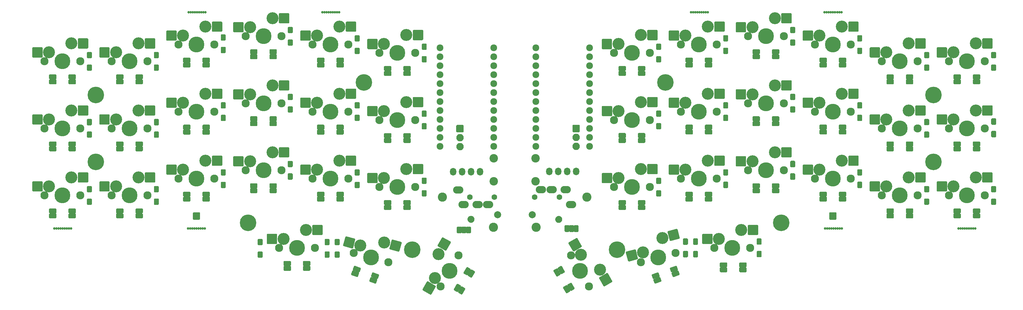
<source format=gbs>
G04 #@! TF.GenerationSoftware,KiCad,Pcbnew,5.1.9*
G04 #@! TF.CreationDate,2021-03-27T16:20:26-06:00*
G04 #@! TF.ProjectId,corne-cherry,636f726e-652d-4636-9865-7272792e6b69,3.0.1*
G04 #@! TF.SameCoordinates,Original*
G04 #@! TF.FileFunction,Soldermask,Bot*
G04 #@! TF.FilePolarity,Negative*
%FSLAX46Y46*%
G04 Gerber Fmt 4.6, Leading zero omitted, Abs format (unit mm)*
G04 Created by KiCad (PCBNEW 5.1.9) date 2021-03-27 16:20:26*
%MOMM*%
%LPD*%
G01*
G04 APERTURE LIST*
%ADD10C,3.400000*%
%ADD11C,2.300000*%
%ADD12C,4.500000*%
%ADD13C,2.000000*%
%ADD14C,1.924000*%
%ADD15O,2.100000X2.100000*%
%ADD16C,2.600000*%
%ADD17C,4.700000*%
%ADD18C,2.400000*%
%ADD19O,1.797000X2.178000*%
%ADD20O,2.900000X2.100000*%
%ADD21C,1.600000*%
%ADD22C,0.700000*%
G04 APERTURE END LIST*
G36*
G01*
X162506500Y-83928000D02*
X162506500Y-82428000D01*
G75*
G02*
X162706500Y-82228000I200000J0D01*
G01*
X163706500Y-82228000D01*
G75*
G02*
X163906500Y-82428000I0J-200000D01*
G01*
X163906500Y-83928000D01*
G75*
G02*
X163706500Y-84128000I-200000J0D01*
G01*
X162706500Y-84128000D01*
G75*
G02*
X162506500Y-83928000I0J200000D01*
G01*
G37*
G36*
G01*
X163806500Y-83928000D02*
X163806500Y-82428000D01*
G75*
G02*
X164006500Y-82228000I200000J0D01*
G01*
X165006500Y-82228000D01*
G75*
G02*
X165206500Y-82428000I0J-200000D01*
G01*
X165206500Y-83928000D01*
G75*
G02*
X165006500Y-84128000I-200000J0D01*
G01*
X164006500Y-84128000D01*
G75*
G02*
X163806500Y-83928000I0J200000D01*
G01*
G37*
G36*
G01*
X165106500Y-83928000D02*
X165106500Y-82428000D01*
G75*
G02*
X165306500Y-82228000I200000J0D01*
G01*
X166306500Y-82228000D01*
G75*
G02*
X166506500Y-82428000I0J-200000D01*
G01*
X166506500Y-83928000D01*
G75*
G02*
X166306500Y-84128000I-200000J0D01*
G01*
X165306500Y-84128000D01*
G75*
G02*
X165106500Y-83928000I0J200000D01*
G01*
G37*
G36*
G01*
X131963000Y-84309000D02*
X131963000Y-82809000D01*
G75*
G02*
X132163000Y-82609000I200000J0D01*
G01*
X133163000Y-82609000D01*
G75*
G02*
X133363000Y-82809000I0J-200000D01*
G01*
X133363000Y-84309000D01*
G75*
G02*
X133163000Y-84509000I-200000J0D01*
G01*
X132163000Y-84509000D01*
G75*
G02*
X131963000Y-84309000I0J200000D01*
G01*
G37*
G36*
G01*
X133263000Y-84309000D02*
X133263000Y-82809000D01*
G75*
G02*
X133463000Y-82609000I200000J0D01*
G01*
X134463000Y-82609000D01*
G75*
G02*
X134663000Y-82809000I0J-200000D01*
G01*
X134663000Y-84309000D01*
G75*
G02*
X134463000Y-84509000I-200000J0D01*
G01*
X133463000Y-84509000D01*
G75*
G02*
X133263000Y-84309000I0J200000D01*
G01*
G37*
G36*
G01*
X134563000Y-84309000D02*
X134563000Y-82809000D01*
G75*
G02*
X134763000Y-82609000I200000J0D01*
G01*
X135763000Y-82609000D01*
G75*
G02*
X135963000Y-82809000I0J-200000D01*
G01*
X135963000Y-84309000D01*
G75*
G02*
X135763000Y-84509000I-200000J0D01*
G01*
X134763000Y-84509000D01*
G75*
G02*
X134563000Y-84309000I0J200000D01*
G01*
G37*
G36*
G01*
X278314500Y-78675000D02*
X278314500Y-77675000D01*
G75*
G02*
X278514500Y-77475000I200000J0D01*
G01*
X280214500Y-77475000D01*
G75*
G02*
X280414500Y-77675000I0J-200000D01*
G01*
X280414500Y-78675000D01*
G75*
G02*
X280214500Y-78875000I-200000J0D01*
G01*
X278514500Y-78875000D01*
G75*
G02*
X278314500Y-78675000I0J200000D01*
G01*
G37*
G36*
G01*
X278314500Y-80075000D02*
X278314500Y-79075000D01*
G75*
G02*
X278514500Y-78875000I200000J0D01*
G01*
X280214500Y-78875000D01*
G75*
G02*
X280414500Y-79075000I0J-200000D01*
G01*
X280414500Y-80075000D01*
G75*
G02*
X280214500Y-80275000I-200000J0D01*
G01*
X278514500Y-80275000D01*
G75*
G02*
X278314500Y-80075000I0J200000D01*
G01*
G37*
G36*
G01*
X272814500Y-78675000D02*
X272814500Y-77675000D01*
G75*
G02*
X273014500Y-77475000I200000J0D01*
G01*
X274714500Y-77475000D01*
G75*
G02*
X274914500Y-77675000I0J-200000D01*
G01*
X274914500Y-78675000D01*
G75*
G02*
X274714500Y-78875000I-200000J0D01*
G01*
X273014500Y-78875000D01*
G75*
G02*
X272814500Y-78675000I0J200000D01*
G01*
G37*
G36*
G01*
X272814500Y-80075000D02*
X272814500Y-79075000D01*
G75*
G02*
X273014500Y-78875000I200000J0D01*
G01*
X274714500Y-78875000D01*
G75*
G02*
X274914500Y-79075000I0J-200000D01*
G01*
X274914500Y-80075000D01*
G75*
G02*
X274714500Y-80275000I-200000J0D01*
G01*
X273014500Y-80275000D01*
G75*
G02*
X272814500Y-80075000I0J200000D01*
G01*
G37*
G36*
G01*
X274914500Y-60075000D02*
X274914500Y-61075000D01*
G75*
G02*
X274714500Y-61275000I-200000J0D01*
G01*
X273014500Y-61275000D01*
G75*
G02*
X272814500Y-61075000I0J200000D01*
G01*
X272814500Y-60075000D01*
G75*
G02*
X273014500Y-59875000I200000J0D01*
G01*
X274714500Y-59875000D01*
G75*
G02*
X274914500Y-60075000I0J-200000D01*
G01*
G37*
G36*
G01*
X274914500Y-58675000D02*
X274914500Y-59675000D01*
G75*
G02*
X274714500Y-59875000I-200000J0D01*
G01*
X273014500Y-59875000D01*
G75*
G02*
X272814500Y-59675000I0J200000D01*
G01*
X272814500Y-58675000D01*
G75*
G02*
X273014500Y-58475000I200000J0D01*
G01*
X274714500Y-58475000D01*
G75*
G02*
X274914500Y-58675000I0J-200000D01*
G01*
G37*
G36*
G01*
X280414500Y-60075000D02*
X280414500Y-61075000D01*
G75*
G02*
X280214500Y-61275000I-200000J0D01*
G01*
X278514500Y-61275000D01*
G75*
G02*
X278314500Y-61075000I0J200000D01*
G01*
X278314500Y-60075000D01*
G75*
G02*
X278514500Y-59875000I200000J0D01*
G01*
X280214500Y-59875000D01*
G75*
G02*
X280414500Y-60075000I0J-200000D01*
G01*
G37*
G36*
G01*
X280414500Y-58675000D02*
X280414500Y-59675000D01*
G75*
G02*
X280214500Y-59875000I-200000J0D01*
G01*
X278514500Y-59875000D01*
G75*
G02*
X278314500Y-59675000I0J200000D01*
G01*
X278314500Y-58675000D01*
G75*
G02*
X278514500Y-58475000I200000J0D01*
G01*
X280214500Y-58475000D01*
G75*
G02*
X280414500Y-58675000I0J-200000D01*
G01*
G37*
G36*
G01*
X278314500Y-40675000D02*
X278314500Y-39675000D01*
G75*
G02*
X278514500Y-39475000I200000J0D01*
G01*
X280214500Y-39475000D01*
G75*
G02*
X280414500Y-39675000I0J-200000D01*
G01*
X280414500Y-40675000D01*
G75*
G02*
X280214500Y-40875000I-200000J0D01*
G01*
X278514500Y-40875000D01*
G75*
G02*
X278314500Y-40675000I0J200000D01*
G01*
G37*
G36*
G01*
X278314500Y-42075000D02*
X278314500Y-41075000D01*
G75*
G02*
X278514500Y-40875000I200000J0D01*
G01*
X280214500Y-40875000D01*
G75*
G02*
X280414500Y-41075000I0J-200000D01*
G01*
X280414500Y-42075000D01*
G75*
G02*
X280214500Y-42275000I-200000J0D01*
G01*
X278514500Y-42275000D01*
G75*
G02*
X278314500Y-42075000I0J200000D01*
G01*
G37*
G36*
G01*
X272814500Y-40675000D02*
X272814500Y-39675000D01*
G75*
G02*
X273014500Y-39475000I200000J0D01*
G01*
X274714500Y-39475000D01*
G75*
G02*
X274914500Y-39675000I0J-200000D01*
G01*
X274914500Y-40675000D01*
G75*
G02*
X274714500Y-40875000I-200000J0D01*
G01*
X273014500Y-40875000D01*
G75*
G02*
X272814500Y-40675000I0J200000D01*
G01*
G37*
G36*
G01*
X272814500Y-42075000D02*
X272814500Y-41075000D01*
G75*
G02*
X273014500Y-40875000I200000J0D01*
G01*
X274714500Y-40875000D01*
G75*
G02*
X274914500Y-41075000I0J-200000D01*
G01*
X274914500Y-42075000D01*
G75*
G02*
X274714500Y-42275000I-200000J0D01*
G01*
X273014500Y-42275000D01*
G75*
G02*
X272814500Y-42075000I0J200000D01*
G01*
G37*
G36*
G01*
X259314500Y-78675000D02*
X259314500Y-77675000D01*
G75*
G02*
X259514500Y-77475000I200000J0D01*
G01*
X261214500Y-77475000D01*
G75*
G02*
X261414500Y-77675000I0J-200000D01*
G01*
X261414500Y-78675000D01*
G75*
G02*
X261214500Y-78875000I-200000J0D01*
G01*
X259514500Y-78875000D01*
G75*
G02*
X259314500Y-78675000I0J200000D01*
G01*
G37*
G36*
G01*
X259314500Y-80075000D02*
X259314500Y-79075000D01*
G75*
G02*
X259514500Y-78875000I200000J0D01*
G01*
X261214500Y-78875000D01*
G75*
G02*
X261414500Y-79075000I0J-200000D01*
G01*
X261414500Y-80075000D01*
G75*
G02*
X261214500Y-80275000I-200000J0D01*
G01*
X259514500Y-80275000D01*
G75*
G02*
X259314500Y-80075000I0J200000D01*
G01*
G37*
G36*
G01*
X253814500Y-78675000D02*
X253814500Y-77675000D01*
G75*
G02*
X254014500Y-77475000I200000J0D01*
G01*
X255714500Y-77475000D01*
G75*
G02*
X255914500Y-77675000I0J-200000D01*
G01*
X255914500Y-78675000D01*
G75*
G02*
X255714500Y-78875000I-200000J0D01*
G01*
X254014500Y-78875000D01*
G75*
G02*
X253814500Y-78675000I0J200000D01*
G01*
G37*
G36*
G01*
X253814500Y-80075000D02*
X253814500Y-79075000D01*
G75*
G02*
X254014500Y-78875000I200000J0D01*
G01*
X255714500Y-78875000D01*
G75*
G02*
X255914500Y-79075000I0J-200000D01*
G01*
X255914500Y-80075000D01*
G75*
G02*
X255714500Y-80275000I-200000J0D01*
G01*
X254014500Y-80275000D01*
G75*
G02*
X253814500Y-80075000I0J200000D01*
G01*
G37*
G36*
G01*
X255914500Y-60075000D02*
X255914500Y-61075000D01*
G75*
G02*
X255714500Y-61275000I-200000J0D01*
G01*
X254014500Y-61275000D01*
G75*
G02*
X253814500Y-61075000I0J200000D01*
G01*
X253814500Y-60075000D01*
G75*
G02*
X254014500Y-59875000I200000J0D01*
G01*
X255714500Y-59875000D01*
G75*
G02*
X255914500Y-60075000I0J-200000D01*
G01*
G37*
G36*
G01*
X255914500Y-58675000D02*
X255914500Y-59675000D01*
G75*
G02*
X255714500Y-59875000I-200000J0D01*
G01*
X254014500Y-59875000D01*
G75*
G02*
X253814500Y-59675000I0J200000D01*
G01*
X253814500Y-58675000D01*
G75*
G02*
X254014500Y-58475000I200000J0D01*
G01*
X255714500Y-58475000D01*
G75*
G02*
X255914500Y-58675000I0J-200000D01*
G01*
G37*
G36*
G01*
X261414500Y-60075000D02*
X261414500Y-61075000D01*
G75*
G02*
X261214500Y-61275000I-200000J0D01*
G01*
X259514500Y-61275000D01*
G75*
G02*
X259314500Y-61075000I0J200000D01*
G01*
X259314500Y-60075000D01*
G75*
G02*
X259514500Y-59875000I200000J0D01*
G01*
X261214500Y-59875000D01*
G75*
G02*
X261414500Y-60075000I0J-200000D01*
G01*
G37*
G36*
G01*
X261414500Y-58675000D02*
X261414500Y-59675000D01*
G75*
G02*
X261214500Y-59875000I-200000J0D01*
G01*
X259514500Y-59875000D01*
G75*
G02*
X259314500Y-59675000I0J200000D01*
G01*
X259314500Y-58675000D01*
G75*
G02*
X259514500Y-58475000I200000J0D01*
G01*
X261214500Y-58475000D01*
G75*
G02*
X261414500Y-58675000I0J-200000D01*
G01*
G37*
G36*
G01*
X259314500Y-40675000D02*
X259314500Y-39675000D01*
G75*
G02*
X259514500Y-39475000I200000J0D01*
G01*
X261214500Y-39475000D01*
G75*
G02*
X261414500Y-39675000I0J-200000D01*
G01*
X261414500Y-40675000D01*
G75*
G02*
X261214500Y-40875000I-200000J0D01*
G01*
X259514500Y-40875000D01*
G75*
G02*
X259314500Y-40675000I0J200000D01*
G01*
G37*
G36*
G01*
X259314500Y-42075000D02*
X259314500Y-41075000D01*
G75*
G02*
X259514500Y-40875000I200000J0D01*
G01*
X261214500Y-40875000D01*
G75*
G02*
X261414500Y-41075000I0J-200000D01*
G01*
X261414500Y-42075000D01*
G75*
G02*
X261214500Y-42275000I-200000J0D01*
G01*
X259514500Y-42275000D01*
G75*
G02*
X259314500Y-42075000I0J200000D01*
G01*
G37*
G36*
G01*
X253814500Y-40675000D02*
X253814500Y-39675000D01*
G75*
G02*
X254014500Y-39475000I200000J0D01*
G01*
X255714500Y-39475000D01*
G75*
G02*
X255914500Y-39675000I0J-200000D01*
G01*
X255914500Y-40675000D01*
G75*
G02*
X255714500Y-40875000I-200000J0D01*
G01*
X254014500Y-40875000D01*
G75*
G02*
X253814500Y-40675000I0J200000D01*
G01*
G37*
G36*
G01*
X253814500Y-42075000D02*
X253814500Y-41075000D01*
G75*
G02*
X254014500Y-40875000I200000J0D01*
G01*
X255714500Y-40875000D01*
G75*
G02*
X255914500Y-41075000I0J-200000D01*
G01*
X255914500Y-42075000D01*
G75*
G02*
X255714500Y-42275000I-200000J0D01*
G01*
X254014500Y-42275000D01*
G75*
G02*
X253814500Y-42075000I0J200000D01*
G01*
G37*
G36*
G01*
X240314500Y-73925000D02*
X240314500Y-72925000D01*
G75*
G02*
X240514500Y-72725000I200000J0D01*
G01*
X242214500Y-72725000D01*
G75*
G02*
X242414500Y-72925000I0J-200000D01*
G01*
X242414500Y-73925000D01*
G75*
G02*
X242214500Y-74125000I-200000J0D01*
G01*
X240514500Y-74125000D01*
G75*
G02*
X240314500Y-73925000I0J200000D01*
G01*
G37*
G36*
G01*
X240314500Y-75325000D02*
X240314500Y-74325000D01*
G75*
G02*
X240514500Y-74125000I200000J0D01*
G01*
X242214500Y-74125000D01*
G75*
G02*
X242414500Y-74325000I0J-200000D01*
G01*
X242414500Y-75325000D01*
G75*
G02*
X242214500Y-75525000I-200000J0D01*
G01*
X240514500Y-75525000D01*
G75*
G02*
X240314500Y-75325000I0J200000D01*
G01*
G37*
G36*
G01*
X234814500Y-73925000D02*
X234814500Y-72925000D01*
G75*
G02*
X235014500Y-72725000I200000J0D01*
G01*
X236714500Y-72725000D01*
G75*
G02*
X236914500Y-72925000I0J-200000D01*
G01*
X236914500Y-73925000D01*
G75*
G02*
X236714500Y-74125000I-200000J0D01*
G01*
X235014500Y-74125000D01*
G75*
G02*
X234814500Y-73925000I0J200000D01*
G01*
G37*
G36*
G01*
X234814500Y-75325000D02*
X234814500Y-74325000D01*
G75*
G02*
X235014500Y-74125000I200000J0D01*
G01*
X236714500Y-74125000D01*
G75*
G02*
X236914500Y-74325000I0J-200000D01*
G01*
X236914500Y-75325000D01*
G75*
G02*
X236714500Y-75525000I-200000J0D01*
G01*
X235014500Y-75525000D01*
G75*
G02*
X234814500Y-75325000I0J200000D01*
G01*
G37*
G36*
G01*
X236914500Y-55325000D02*
X236914500Y-56325000D01*
G75*
G02*
X236714500Y-56525000I-200000J0D01*
G01*
X235014500Y-56525000D01*
G75*
G02*
X234814500Y-56325000I0J200000D01*
G01*
X234814500Y-55325000D01*
G75*
G02*
X235014500Y-55125000I200000J0D01*
G01*
X236714500Y-55125000D01*
G75*
G02*
X236914500Y-55325000I0J-200000D01*
G01*
G37*
G36*
G01*
X236914500Y-53925000D02*
X236914500Y-54925000D01*
G75*
G02*
X236714500Y-55125000I-200000J0D01*
G01*
X235014500Y-55125000D01*
G75*
G02*
X234814500Y-54925000I0J200000D01*
G01*
X234814500Y-53925000D01*
G75*
G02*
X235014500Y-53725000I200000J0D01*
G01*
X236714500Y-53725000D01*
G75*
G02*
X236914500Y-53925000I0J-200000D01*
G01*
G37*
G36*
G01*
X242414500Y-55325000D02*
X242414500Y-56325000D01*
G75*
G02*
X242214500Y-56525000I-200000J0D01*
G01*
X240514500Y-56525000D01*
G75*
G02*
X240314500Y-56325000I0J200000D01*
G01*
X240314500Y-55325000D01*
G75*
G02*
X240514500Y-55125000I200000J0D01*
G01*
X242214500Y-55125000D01*
G75*
G02*
X242414500Y-55325000I0J-200000D01*
G01*
G37*
G36*
G01*
X242414500Y-53925000D02*
X242414500Y-54925000D01*
G75*
G02*
X242214500Y-55125000I-200000J0D01*
G01*
X240514500Y-55125000D01*
G75*
G02*
X240314500Y-54925000I0J200000D01*
G01*
X240314500Y-53925000D01*
G75*
G02*
X240514500Y-53725000I200000J0D01*
G01*
X242214500Y-53725000D01*
G75*
G02*
X242414500Y-53925000I0J-200000D01*
G01*
G37*
G36*
G01*
X240314500Y-35925000D02*
X240314500Y-34925000D01*
G75*
G02*
X240514500Y-34725000I200000J0D01*
G01*
X242214500Y-34725000D01*
G75*
G02*
X242414500Y-34925000I0J-200000D01*
G01*
X242414500Y-35925000D01*
G75*
G02*
X242214500Y-36125000I-200000J0D01*
G01*
X240514500Y-36125000D01*
G75*
G02*
X240314500Y-35925000I0J200000D01*
G01*
G37*
G36*
G01*
X240314500Y-37325000D02*
X240314500Y-36325000D01*
G75*
G02*
X240514500Y-36125000I200000J0D01*
G01*
X242214500Y-36125000D01*
G75*
G02*
X242414500Y-36325000I0J-200000D01*
G01*
X242414500Y-37325000D01*
G75*
G02*
X242214500Y-37525000I-200000J0D01*
G01*
X240514500Y-37525000D01*
G75*
G02*
X240314500Y-37325000I0J200000D01*
G01*
G37*
G36*
G01*
X234814500Y-35925000D02*
X234814500Y-34925000D01*
G75*
G02*
X235014500Y-34725000I200000J0D01*
G01*
X236714500Y-34725000D01*
G75*
G02*
X236914500Y-34925000I0J-200000D01*
G01*
X236914500Y-35925000D01*
G75*
G02*
X236714500Y-36125000I-200000J0D01*
G01*
X235014500Y-36125000D01*
G75*
G02*
X234814500Y-35925000I0J200000D01*
G01*
G37*
G36*
G01*
X234814500Y-37325000D02*
X234814500Y-36325000D01*
G75*
G02*
X235014500Y-36125000I200000J0D01*
G01*
X236714500Y-36125000D01*
G75*
G02*
X236914500Y-36325000I0J-200000D01*
G01*
X236914500Y-37325000D01*
G75*
G02*
X236714500Y-37525000I-200000J0D01*
G01*
X235014500Y-37525000D01*
G75*
G02*
X234814500Y-37325000I0J200000D01*
G01*
G37*
G36*
G01*
X208653500Y-94363500D02*
X208653500Y-95363500D01*
G75*
G02*
X208453500Y-95563500I-200000J0D01*
G01*
X206753500Y-95563500D01*
G75*
G02*
X206553500Y-95363500I0J200000D01*
G01*
X206553500Y-94363500D01*
G75*
G02*
X206753500Y-94163500I200000J0D01*
G01*
X208453500Y-94163500D01*
G75*
G02*
X208653500Y-94363500I0J-200000D01*
G01*
G37*
G36*
G01*
X208653500Y-92963500D02*
X208653500Y-93963500D01*
G75*
G02*
X208453500Y-94163500I-200000J0D01*
G01*
X206753500Y-94163500D01*
G75*
G02*
X206553500Y-93963500I0J200000D01*
G01*
X206553500Y-92963500D01*
G75*
G02*
X206753500Y-92763500I200000J0D01*
G01*
X208453500Y-92763500D01*
G75*
G02*
X208653500Y-92963500I0J-200000D01*
G01*
G37*
G36*
G01*
X214153500Y-94363500D02*
X214153500Y-95363500D01*
G75*
G02*
X213953500Y-95563500I-200000J0D01*
G01*
X212253500Y-95563500D01*
G75*
G02*
X212053500Y-95363500I0J200000D01*
G01*
X212053500Y-94363500D01*
G75*
G02*
X212253500Y-94163500I200000J0D01*
G01*
X213953500Y-94163500D01*
G75*
G02*
X214153500Y-94363500I0J-200000D01*
G01*
G37*
G36*
G01*
X214153500Y-92963500D02*
X214153500Y-93963500D01*
G75*
G02*
X213953500Y-94163500I-200000J0D01*
G01*
X212253500Y-94163500D01*
G75*
G02*
X212053500Y-93963500I0J200000D01*
G01*
X212053500Y-92963500D01*
G75*
G02*
X212253500Y-92763500I200000J0D01*
G01*
X213953500Y-92763500D01*
G75*
G02*
X214153500Y-92963500I0J-200000D01*
G01*
G37*
G36*
G01*
X221314500Y-71550000D02*
X221314500Y-70550000D01*
G75*
G02*
X221514500Y-70350000I200000J0D01*
G01*
X223214500Y-70350000D01*
G75*
G02*
X223414500Y-70550000I0J-200000D01*
G01*
X223414500Y-71550000D01*
G75*
G02*
X223214500Y-71750000I-200000J0D01*
G01*
X221514500Y-71750000D01*
G75*
G02*
X221314500Y-71550000I0J200000D01*
G01*
G37*
G36*
G01*
X221314500Y-72950000D02*
X221314500Y-71950000D01*
G75*
G02*
X221514500Y-71750000I200000J0D01*
G01*
X223214500Y-71750000D01*
G75*
G02*
X223414500Y-71950000I0J-200000D01*
G01*
X223414500Y-72950000D01*
G75*
G02*
X223214500Y-73150000I-200000J0D01*
G01*
X221514500Y-73150000D01*
G75*
G02*
X221314500Y-72950000I0J200000D01*
G01*
G37*
G36*
G01*
X215814500Y-71550000D02*
X215814500Y-70550000D01*
G75*
G02*
X216014500Y-70350000I200000J0D01*
G01*
X217714500Y-70350000D01*
G75*
G02*
X217914500Y-70550000I0J-200000D01*
G01*
X217914500Y-71550000D01*
G75*
G02*
X217714500Y-71750000I-200000J0D01*
G01*
X216014500Y-71750000D01*
G75*
G02*
X215814500Y-71550000I0J200000D01*
G01*
G37*
G36*
G01*
X215814500Y-72950000D02*
X215814500Y-71950000D01*
G75*
G02*
X216014500Y-71750000I200000J0D01*
G01*
X217714500Y-71750000D01*
G75*
G02*
X217914500Y-71950000I0J-200000D01*
G01*
X217914500Y-72950000D01*
G75*
G02*
X217714500Y-73150000I-200000J0D01*
G01*
X216014500Y-73150000D01*
G75*
G02*
X215814500Y-72950000I0J200000D01*
G01*
G37*
G36*
G01*
X217914500Y-52950000D02*
X217914500Y-53950000D01*
G75*
G02*
X217714500Y-54150000I-200000J0D01*
G01*
X216014500Y-54150000D01*
G75*
G02*
X215814500Y-53950000I0J200000D01*
G01*
X215814500Y-52950000D01*
G75*
G02*
X216014500Y-52750000I200000J0D01*
G01*
X217714500Y-52750000D01*
G75*
G02*
X217914500Y-52950000I0J-200000D01*
G01*
G37*
G36*
G01*
X217914500Y-51550000D02*
X217914500Y-52550000D01*
G75*
G02*
X217714500Y-52750000I-200000J0D01*
G01*
X216014500Y-52750000D01*
G75*
G02*
X215814500Y-52550000I0J200000D01*
G01*
X215814500Y-51550000D01*
G75*
G02*
X216014500Y-51350000I200000J0D01*
G01*
X217714500Y-51350000D01*
G75*
G02*
X217914500Y-51550000I0J-200000D01*
G01*
G37*
G36*
G01*
X223414500Y-52950000D02*
X223414500Y-53950000D01*
G75*
G02*
X223214500Y-54150000I-200000J0D01*
G01*
X221514500Y-54150000D01*
G75*
G02*
X221314500Y-53950000I0J200000D01*
G01*
X221314500Y-52950000D01*
G75*
G02*
X221514500Y-52750000I200000J0D01*
G01*
X223214500Y-52750000D01*
G75*
G02*
X223414500Y-52950000I0J-200000D01*
G01*
G37*
G36*
G01*
X223414500Y-51550000D02*
X223414500Y-52550000D01*
G75*
G02*
X223214500Y-52750000I-200000J0D01*
G01*
X221514500Y-52750000D01*
G75*
G02*
X221314500Y-52550000I0J200000D01*
G01*
X221314500Y-51550000D01*
G75*
G02*
X221514500Y-51350000I200000J0D01*
G01*
X223214500Y-51350000D01*
G75*
G02*
X223414500Y-51550000I0J-200000D01*
G01*
G37*
G36*
G01*
X221314500Y-33550000D02*
X221314500Y-32550000D01*
G75*
G02*
X221514500Y-32350000I200000J0D01*
G01*
X223214500Y-32350000D01*
G75*
G02*
X223414500Y-32550000I0J-200000D01*
G01*
X223414500Y-33550000D01*
G75*
G02*
X223214500Y-33750000I-200000J0D01*
G01*
X221514500Y-33750000D01*
G75*
G02*
X221314500Y-33550000I0J200000D01*
G01*
G37*
G36*
G01*
X221314500Y-34950000D02*
X221314500Y-33950000D01*
G75*
G02*
X221514500Y-33750000I200000J0D01*
G01*
X223214500Y-33750000D01*
G75*
G02*
X223414500Y-33950000I0J-200000D01*
G01*
X223414500Y-34950000D01*
G75*
G02*
X223214500Y-35150000I-200000J0D01*
G01*
X221514500Y-35150000D01*
G75*
G02*
X221314500Y-34950000I0J200000D01*
G01*
G37*
G36*
G01*
X215814500Y-33550000D02*
X215814500Y-32550000D01*
G75*
G02*
X216014500Y-32350000I200000J0D01*
G01*
X217714500Y-32350000D01*
G75*
G02*
X217914500Y-32550000I0J-200000D01*
G01*
X217914500Y-33550000D01*
G75*
G02*
X217714500Y-33750000I-200000J0D01*
G01*
X216014500Y-33750000D01*
G75*
G02*
X215814500Y-33550000I0J200000D01*
G01*
G37*
G36*
G01*
X215814500Y-34950000D02*
X215814500Y-33950000D01*
G75*
G02*
X216014500Y-33750000I200000J0D01*
G01*
X217714500Y-33750000D01*
G75*
G02*
X217914500Y-33950000I0J-200000D01*
G01*
X217914500Y-34950000D01*
G75*
G02*
X217714500Y-35150000I-200000J0D01*
G01*
X216014500Y-35150000D01*
G75*
G02*
X215814500Y-34950000I0J200000D01*
G01*
G37*
G36*
G01*
X189647427Y-97028373D02*
X189989447Y-97968065D01*
G75*
G02*
X189869912Y-98224408I-187939J-68404D01*
G01*
X188272434Y-98805842D01*
G75*
G02*
X188016091Y-98686307I-68404J187939D01*
G01*
X187674071Y-97746615D01*
G75*
G02*
X187793606Y-97490272I187939J68404D01*
G01*
X189391084Y-96908838D01*
G75*
G02*
X189647427Y-97028373I68404J-187939D01*
G01*
G37*
G36*
G01*
X189168599Y-95712804D02*
X189510619Y-96652496D01*
G75*
G02*
X189391084Y-96908839I-187939J-68404D01*
G01*
X187793606Y-97490273D01*
G75*
G02*
X187537263Y-97370738I-68404J187939D01*
G01*
X187195243Y-96431046D01*
G75*
G02*
X187314778Y-96174703I187939J68404D01*
G01*
X188912256Y-95593269D01*
G75*
G02*
X189168599Y-95712804I68404J-187939D01*
G01*
G37*
G36*
G01*
X194815737Y-95147262D02*
X195157757Y-96086954D01*
G75*
G02*
X195038222Y-96343297I-187939J-68404D01*
G01*
X193440744Y-96924731D01*
G75*
G02*
X193184401Y-96805196I-68404J187939D01*
G01*
X192842381Y-95865504D01*
G75*
G02*
X192961916Y-95609161I187939J68404D01*
G01*
X194559394Y-95027727D01*
G75*
G02*
X194815737Y-95147262I68404J-187939D01*
G01*
G37*
G36*
G01*
X194336909Y-93831693D02*
X194678929Y-94771385D01*
G75*
G02*
X194559394Y-95027728I-187939J-68404D01*
G01*
X192961916Y-95609162D01*
G75*
G02*
X192705573Y-95489627I-68404J187939D01*
G01*
X192363553Y-94549935D01*
G75*
G02*
X192483088Y-94293592I187939J68404D01*
G01*
X194080566Y-93712158D01*
G75*
G02*
X194336909Y-93831693I68404J-187939D01*
G01*
G37*
G36*
G01*
X202314500Y-73925000D02*
X202314500Y-72925000D01*
G75*
G02*
X202514500Y-72725000I200000J0D01*
G01*
X204214500Y-72725000D01*
G75*
G02*
X204414500Y-72925000I0J-200000D01*
G01*
X204414500Y-73925000D01*
G75*
G02*
X204214500Y-74125000I-200000J0D01*
G01*
X202514500Y-74125000D01*
G75*
G02*
X202314500Y-73925000I0J200000D01*
G01*
G37*
G36*
G01*
X202314500Y-75325000D02*
X202314500Y-74325000D01*
G75*
G02*
X202514500Y-74125000I200000J0D01*
G01*
X204214500Y-74125000D01*
G75*
G02*
X204414500Y-74325000I0J-200000D01*
G01*
X204414500Y-75325000D01*
G75*
G02*
X204214500Y-75525000I-200000J0D01*
G01*
X202514500Y-75525000D01*
G75*
G02*
X202314500Y-75325000I0J200000D01*
G01*
G37*
G36*
G01*
X196814500Y-73925000D02*
X196814500Y-72925000D01*
G75*
G02*
X197014500Y-72725000I200000J0D01*
G01*
X198714500Y-72725000D01*
G75*
G02*
X198914500Y-72925000I0J-200000D01*
G01*
X198914500Y-73925000D01*
G75*
G02*
X198714500Y-74125000I-200000J0D01*
G01*
X197014500Y-74125000D01*
G75*
G02*
X196814500Y-73925000I0J200000D01*
G01*
G37*
G36*
G01*
X196814500Y-75325000D02*
X196814500Y-74325000D01*
G75*
G02*
X197014500Y-74125000I200000J0D01*
G01*
X198714500Y-74125000D01*
G75*
G02*
X198914500Y-74325000I0J-200000D01*
G01*
X198914500Y-75325000D01*
G75*
G02*
X198714500Y-75525000I-200000J0D01*
G01*
X197014500Y-75525000D01*
G75*
G02*
X196814500Y-75325000I0J200000D01*
G01*
G37*
G36*
G01*
X198914500Y-55325000D02*
X198914500Y-56325000D01*
G75*
G02*
X198714500Y-56525000I-200000J0D01*
G01*
X197014500Y-56525000D01*
G75*
G02*
X196814500Y-56325000I0J200000D01*
G01*
X196814500Y-55325000D01*
G75*
G02*
X197014500Y-55125000I200000J0D01*
G01*
X198714500Y-55125000D01*
G75*
G02*
X198914500Y-55325000I0J-200000D01*
G01*
G37*
G36*
G01*
X198914500Y-53925000D02*
X198914500Y-54925000D01*
G75*
G02*
X198714500Y-55125000I-200000J0D01*
G01*
X197014500Y-55125000D01*
G75*
G02*
X196814500Y-54925000I0J200000D01*
G01*
X196814500Y-53925000D01*
G75*
G02*
X197014500Y-53725000I200000J0D01*
G01*
X198714500Y-53725000D01*
G75*
G02*
X198914500Y-53925000I0J-200000D01*
G01*
G37*
G36*
G01*
X204414500Y-55325000D02*
X204414500Y-56325000D01*
G75*
G02*
X204214500Y-56525000I-200000J0D01*
G01*
X202514500Y-56525000D01*
G75*
G02*
X202314500Y-56325000I0J200000D01*
G01*
X202314500Y-55325000D01*
G75*
G02*
X202514500Y-55125000I200000J0D01*
G01*
X204214500Y-55125000D01*
G75*
G02*
X204414500Y-55325000I0J-200000D01*
G01*
G37*
G36*
G01*
X204414500Y-53925000D02*
X204414500Y-54925000D01*
G75*
G02*
X204214500Y-55125000I-200000J0D01*
G01*
X202514500Y-55125000D01*
G75*
G02*
X202314500Y-54925000I0J200000D01*
G01*
X202314500Y-53925000D01*
G75*
G02*
X202514500Y-53725000I200000J0D01*
G01*
X204214500Y-53725000D01*
G75*
G02*
X204414500Y-53925000I0J-200000D01*
G01*
G37*
G36*
G01*
X202314500Y-35925000D02*
X202314500Y-34925000D01*
G75*
G02*
X202514500Y-34725000I200000J0D01*
G01*
X204214500Y-34725000D01*
G75*
G02*
X204414500Y-34925000I0J-200000D01*
G01*
X204414500Y-35925000D01*
G75*
G02*
X204214500Y-36125000I-200000J0D01*
G01*
X202514500Y-36125000D01*
G75*
G02*
X202314500Y-35925000I0J200000D01*
G01*
G37*
G36*
G01*
X202314500Y-37325000D02*
X202314500Y-36325000D01*
G75*
G02*
X202514500Y-36125000I200000J0D01*
G01*
X204214500Y-36125000D01*
G75*
G02*
X204414500Y-36325000I0J-200000D01*
G01*
X204414500Y-37325000D01*
G75*
G02*
X204214500Y-37525000I-200000J0D01*
G01*
X202514500Y-37525000D01*
G75*
G02*
X202314500Y-37325000I0J200000D01*
G01*
G37*
G36*
G01*
X196814500Y-35925000D02*
X196814500Y-34925000D01*
G75*
G02*
X197014500Y-34725000I200000J0D01*
G01*
X198714500Y-34725000D01*
G75*
G02*
X198914500Y-34925000I0J-200000D01*
G01*
X198914500Y-35925000D01*
G75*
G02*
X198714500Y-36125000I-200000J0D01*
G01*
X197014500Y-36125000D01*
G75*
G02*
X196814500Y-35925000I0J200000D01*
G01*
G37*
G36*
G01*
X196814500Y-37325000D02*
X196814500Y-36325000D01*
G75*
G02*
X197014500Y-36125000I200000J0D01*
G01*
X198714500Y-36125000D01*
G75*
G02*
X198914500Y-36325000I0J-200000D01*
G01*
X198914500Y-37325000D01*
G75*
G02*
X198714500Y-37525000I-200000J0D01*
G01*
X197014500Y-37525000D01*
G75*
G02*
X196814500Y-37325000I0J200000D01*
G01*
G37*
G36*
G01*
X161324295Y-96283757D02*
X160458269Y-96783757D01*
G75*
G02*
X160185064Y-96710552I-100000J173205D01*
G01*
X159335064Y-95238308D01*
G75*
G02*
X159408269Y-94965103I173205J100000D01*
G01*
X160274295Y-94465103D01*
G75*
G02*
X160547500Y-94538308I100000J-173205D01*
G01*
X161397500Y-96010552D01*
G75*
G02*
X161324295Y-96283757I-173205J-100000D01*
G01*
G37*
G36*
G01*
X162536731Y-95583757D02*
X161670705Y-96083757D01*
G75*
G02*
X161397500Y-96010552I-100000J173205D01*
G01*
X160547500Y-94538308D01*
G75*
G02*
X160620705Y-94265103I173205J100000D01*
G01*
X161486731Y-93765103D01*
G75*
G02*
X161759936Y-93838308I100000J-173205D01*
G01*
X162609936Y-95310552D01*
G75*
G02*
X162536731Y-95583757I-173205J-100000D01*
G01*
G37*
G36*
G01*
X164074295Y-101046897D02*
X163208269Y-101546897D01*
G75*
G02*
X162935064Y-101473692I-100000J173205D01*
G01*
X162085064Y-100001448D01*
G75*
G02*
X162158269Y-99728243I173205J100000D01*
G01*
X163024295Y-99228243D01*
G75*
G02*
X163297500Y-99301448I100000J-173205D01*
G01*
X164147500Y-100773692D01*
G75*
G02*
X164074295Y-101046897I-173205J-100000D01*
G01*
G37*
G36*
G01*
X165286731Y-100346897D02*
X164420705Y-100846897D01*
G75*
G02*
X164147500Y-100773692I-100000J173205D01*
G01*
X163297500Y-99301448D01*
G75*
G02*
X163370705Y-99028243I173205J100000D01*
G01*
X164236731Y-98528243D01*
G75*
G02*
X164509936Y-98601448I100000J-173205D01*
G01*
X165359936Y-100073692D01*
G75*
G02*
X165286731Y-100346897I-173205J-100000D01*
G01*
G37*
G36*
G01*
X183314500Y-76300000D02*
X183314500Y-75300000D01*
G75*
G02*
X183514500Y-75100000I200000J0D01*
G01*
X185214500Y-75100000D01*
G75*
G02*
X185414500Y-75300000I0J-200000D01*
G01*
X185414500Y-76300000D01*
G75*
G02*
X185214500Y-76500000I-200000J0D01*
G01*
X183514500Y-76500000D01*
G75*
G02*
X183314500Y-76300000I0J200000D01*
G01*
G37*
G36*
G01*
X183314500Y-77700000D02*
X183314500Y-76700000D01*
G75*
G02*
X183514500Y-76500000I200000J0D01*
G01*
X185214500Y-76500000D01*
G75*
G02*
X185414500Y-76700000I0J-200000D01*
G01*
X185414500Y-77700000D01*
G75*
G02*
X185214500Y-77900000I-200000J0D01*
G01*
X183514500Y-77900000D01*
G75*
G02*
X183314500Y-77700000I0J200000D01*
G01*
G37*
G36*
G01*
X177814500Y-76300000D02*
X177814500Y-75300000D01*
G75*
G02*
X178014500Y-75100000I200000J0D01*
G01*
X179714500Y-75100000D01*
G75*
G02*
X179914500Y-75300000I0J-200000D01*
G01*
X179914500Y-76300000D01*
G75*
G02*
X179714500Y-76500000I-200000J0D01*
G01*
X178014500Y-76500000D01*
G75*
G02*
X177814500Y-76300000I0J200000D01*
G01*
G37*
G36*
G01*
X177814500Y-77700000D02*
X177814500Y-76700000D01*
G75*
G02*
X178014500Y-76500000I200000J0D01*
G01*
X179714500Y-76500000D01*
G75*
G02*
X179914500Y-76700000I0J-200000D01*
G01*
X179914500Y-77700000D01*
G75*
G02*
X179714500Y-77900000I-200000J0D01*
G01*
X178014500Y-77900000D01*
G75*
G02*
X177814500Y-77700000I0J200000D01*
G01*
G37*
G36*
G01*
X179914500Y-57700000D02*
X179914500Y-58700000D01*
G75*
G02*
X179714500Y-58900000I-200000J0D01*
G01*
X178014500Y-58900000D01*
G75*
G02*
X177814500Y-58700000I0J200000D01*
G01*
X177814500Y-57700000D01*
G75*
G02*
X178014500Y-57500000I200000J0D01*
G01*
X179714500Y-57500000D01*
G75*
G02*
X179914500Y-57700000I0J-200000D01*
G01*
G37*
G36*
G01*
X179914500Y-56300000D02*
X179914500Y-57300000D01*
G75*
G02*
X179714500Y-57500000I-200000J0D01*
G01*
X178014500Y-57500000D01*
G75*
G02*
X177814500Y-57300000I0J200000D01*
G01*
X177814500Y-56300000D01*
G75*
G02*
X178014500Y-56100000I200000J0D01*
G01*
X179714500Y-56100000D01*
G75*
G02*
X179914500Y-56300000I0J-200000D01*
G01*
G37*
G36*
G01*
X185414500Y-57700000D02*
X185414500Y-58700000D01*
G75*
G02*
X185214500Y-58900000I-200000J0D01*
G01*
X183514500Y-58900000D01*
G75*
G02*
X183314500Y-58700000I0J200000D01*
G01*
X183314500Y-57700000D01*
G75*
G02*
X183514500Y-57500000I200000J0D01*
G01*
X185214500Y-57500000D01*
G75*
G02*
X185414500Y-57700000I0J-200000D01*
G01*
G37*
G36*
G01*
X185414500Y-56300000D02*
X185414500Y-57300000D01*
G75*
G02*
X185214500Y-57500000I-200000J0D01*
G01*
X183514500Y-57500000D01*
G75*
G02*
X183314500Y-57300000I0J200000D01*
G01*
X183314500Y-56300000D01*
G75*
G02*
X183514500Y-56100000I200000J0D01*
G01*
X185214500Y-56100000D01*
G75*
G02*
X185414500Y-56300000I0J-200000D01*
G01*
G37*
G36*
G01*
X183307500Y-38305000D02*
X183307500Y-37305000D01*
G75*
G02*
X183507500Y-37105000I200000J0D01*
G01*
X185207500Y-37105000D01*
G75*
G02*
X185407500Y-37305000I0J-200000D01*
G01*
X185407500Y-38305000D01*
G75*
G02*
X185207500Y-38505000I-200000J0D01*
G01*
X183507500Y-38505000D01*
G75*
G02*
X183307500Y-38305000I0J200000D01*
G01*
G37*
G36*
G01*
X183307500Y-39705000D02*
X183307500Y-38705000D01*
G75*
G02*
X183507500Y-38505000I200000J0D01*
G01*
X185207500Y-38505000D01*
G75*
G02*
X185407500Y-38705000I0J-200000D01*
G01*
X185407500Y-39705000D01*
G75*
G02*
X185207500Y-39905000I-200000J0D01*
G01*
X183507500Y-39905000D01*
G75*
G02*
X183307500Y-39705000I0J200000D01*
G01*
G37*
G36*
G01*
X177807500Y-38305000D02*
X177807500Y-37305000D01*
G75*
G02*
X178007500Y-37105000I200000J0D01*
G01*
X179707500Y-37105000D01*
G75*
G02*
X179907500Y-37305000I0J-200000D01*
G01*
X179907500Y-38305000D01*
G75*
G02*
X179707500Y-38505000I-200000J0D01*
G01*
X178007500Y-38505000D01*
G75*
G02*
X177807500Y-38305000I0J200000D01*
G01*
G37*
G36*
G01*
X177807500Y-39705000D02*
X177807500Y-38705000D01*
G75*
G02*
X178007500Y-38505000I200000J0D01*
G01*
X179707500Y-38505000D01*
G75*
G02*
X179907500Y-38705000I0J-200000D01*
G01*
X179907500Y-39705000D01*
G75*
G02*
X179707500Y-39905000I-200000J0D01*
G01*
X178007500Y-39905000D01*
G75*
G02*
X177807500Y-39705000I0J200000D01*
G01*
G37*
G36*
G01*
X237564500Y-80475000D02*
X237564500Y-78775000D01*
G75*
G02*
X237764500Y-78575000I200000J0D01*
G01*
X239464500Y-78575000D01*
G75*
G02*
X239664500Y-78775000I0J-200000D01*
G01*
X239664500Y-80475000D01*
G75*
G02*
X239464500Y-80675000I-200000J0D01*
G01*
X237764500Y-80675000D01*
G75*
G02*
X237564500Y-80475000I0J200000D01*
G01*
G37*
G36*
G01*
X57057500Y-80480000D02*
X57057500Y-78780000D01*
G75*
G02*
X57257500Y-78580000I200000J0D01*
G01*
X58957500Y-78580000D01*
G75*
G02*
X59157500Y-78780000I0J-200000D01*
G01*
X59157500Y-80480000D01*
G75*
G02*
X58957500Y-80680000I-200000J0D01*
G01*
X57257500Y-80680000D01*
G75*
G02*
X57057500Y-80480000I0J200000D01*
G01*
G37*
D10*
X117647500Y-47325000D03*
X111297500Y-49865000D03*
G36*
G01*
X122424500Y-46075000D02*
X122424500Y-48575000D01*
G75*
G02*
X122224500Y-48775000I-200000J0D01*
G01*
X119674500Y-48775000D01*
G75*
G02*
X119474500Y-48575000I0J200000D01*
G01*
X119474500Y-46075000D01*
G75*
G02*
X119674500Y-45875000I200000J0D01*
G01*
X122224500Y-45875000D01*
G75*
G02*
X122424500Y-46075000I0J-200000D01*
G01*
G37*
D11*
X110027500Y-52405000D03*
X120187500Y-52405000D03*
D12*
X115107500Y-52405000D03*
G36*
G01*
X109497500Y-48615000D02*
X109497500Y-51115000D01*
G75*
G02*
X109297500Y-51315000I-200000J0D01*
G01*
X106747500Y-51315000D01*
G75*
G02*
X106547500Y-51115000I0J200000D01*
G01*
X106547500Y-48615000D01*
G75*
G02*
X106747500Y-48415000I200000J0D01*
G01*
X109297500Y-48415000D01*
G75*
G02*
X109497500Y-48615000I0J-200000D01*
G01*
G37*
D10*
X98647500Y-44950000D03*
X92297500Y-47490000D03*
G36*
G01*
X103424500Y-43700000D02*
X103424500Y-46200000D01*
G75*
G02*
X103224500Y-46400000I-200000J0D01*
G01*
X100674500Y-46400000D01*
G75*
G02*
X100474500Y-46200000I0J200000D01*
G01*
X100474500Y-43700000D01*
G75*
G02*
X100674500Y-43500000I200000J0D01*
G01*
X103224500Y-43500000D01*
G75*
G02*
X103424500Y-43700000I0J-200000D01*
G01*
G37*
D11*
X91027500Y-50030000D03*
X101187500Y-50030000D03*
D12*
X96107500Y-50030000D03*
G36*
G01*
X90497500Y-46240000D02*
X90497500Y-48740000D01*
G75*
G02*
X90297500Y-48940000I-200000J0D01*
G01*
X87747500Y-48940000D01*
G75*
G02*
X87547500Y-48740000I0J200000D01*
G01*
X87547500Y-46240000D01*
G75*
G02*
X87747500Y-46040000I200000J0D01*
G01*
X90297500Y-46040000D01*
G75*
G02*
X90497500Y-46240000I0J-200000D01*
G01*
G37*
G36*
G01*
X133425905Y-99558443D02*
X134291931Y-100058443D01*
G75*
G02*
X134365136Y-100331648I-100000J-173205D01*
G01*
X133515136Y-101803892D01*
G75*
G02*
X133241931Y-101877097I-173205J100000D01*
G01*
X132375905Y-101377097D01*
G75*
G02*
X132302700Y-101103892I100000J173205D01*
G01*
X133152700Y-99631648D01*
G75*
G02*
X133425905Y-99558443I173205J-100000D01*
G01*
G37*
G36*
G01*
X132213469Y-98858443D02*
X133079495Y-99358443D01*
G75*
G02*
X133152700Y-99631648I-100000J-173205D01*
G01*
X132302700Y-101103892D01*
G75*
G02*
X132029495Y-101177097I-173205J100000D01*
G01*
X131163469Y-100677097D01*
G75*
G02*
X131090264Y-100403892I100000J173205D01*
G01*
X131940264Y-98931648D01*
G75*
G02*
X132213469Y-98858443I173205J-100000D01*
G01*
G37*
G36*
G01*
X136175905Y-94795303D02*
X137041931Y-95295303D01*
G75*
G02*
X137115136Y-95568508I-100000J-173205D01*
G01*
X136265136Y-97040752D01*
G75*
G02*
X135991931Y-97113957I-173205J100000D01*
G01*
X135125905Y-96613957D01*
G75*
G02*
X135052700Y-96340752I100000J173205D01*
G01*
X135902700Y-94868508D01*
G75*
G02*
X136175905Y-94795303I173205J-100000D01*
G01*
G37*
G36*
G01*
X134963469Y-94095303D02*
X135829495Y-94595303D01*
G75*
G02*
X135902700Y-94868508I-100000J-173205D01*
G01*
X135052700Y-96340752D01*
G75*
G02*
X134779495Y-96413957I-173205J100000D01*
G01*
X133913469Y-95913957D01*
G75*
G02*
X133840264Y-95640752I100000J173205D01*
G01*
X134690264Y-94168508D01*
G75*
G02*
X134963469Y-94095303I173205J-100000D01*
G01*
G37*
G36*
G01*
X116807500Y-76305000D02*
X116807500Y-75305000D01*
G75*
G02*
X117007500Y-75105000I200000J0D01*
G01*
X118707500Y-75105000D01*
G75*
G02*
X118907500Y-75305000I0J-200000D01*
G01*
X118907500Y-76305000D01*
G75*
G02*
X118707500Y-76505000I-200000J0D01*
G01*
X117007500Y-76505000D01*
G75*
G02*
X116807500Y-76305000I0J200000D01*
G01*
G37*
G36*
G01*
X116807500Y-77705000D02*
X116807500Y-76705000D01*
G75*
G02*
X117007500Y-76505000I200000J0D01*
G01*
X118707500Y-76505000D01*
G75*
G02*
X118907500Y-76705000I0J-200000D01*
G01*
X118907500Y-77705000D01*
G75*
G02*
X118707500Y-77905000I-200000J0D01*
G01*
X117007500Y-77905000D01*
G75*
G02*
X116807500Y-77705000I0J200000D01*
G01*
G37*
G36*
G01*
X111307500Y-76305000D02*
X111307500Y-75305000D01*
G75*
G02*
X111507500Y-75105000I200000J0D01*
G01*
X113207500Y-75105000D01*
G75*
G02*
X113407500Y-75305000I0J-200000D01*
G01*
X113407500Y-76305000D01*
G75*
G02*
X113207500Y-76505000I-200000J0D01*
G01*
X111507500Y-76505000D01*
G75*
G02*
X111307500Y-76305000I0J200000D01*
G01*
G37*
G36*
G01*
X111307500Y-77705000D02*
X111307500Y-76705000D01*
G75*
G02*
X111507500Y-76505000I200000J0D01*
G01*
X113207500Y-76505000D01*
G75*
G02*
X113407500Y-76705000I0J-200000D01*
G01*
X113407500Y-77705000D01*
G75*
G02*
X113207500Y-77905000I-200000J0D01*
G01*
X111507500Y-77905000D01*
G75*
G02*
X111307500Y-77705000I0J200000D01*
G01*
G37*
G36*
G01*
X113407500Y-57705000D02*
X113407500Y-58705000D01*
G75*
G02*
X113207500Y-58905000I-200000J0D01*
G01*
X111507500Y-58905000D01*
G75*
G02*
X111307500Y-58705000I0J200000D01*
G01*
X111307500Y-57705000D01*
G75*
G02*
X111507500Y-57505000I200000J0D01*
G01*
X113207500Y-57505000D01*
G75*
G02*
X113407500Y-57705000I0J-200000D01*
G01*
G37*
G36*
G01*
X113407500Y-56305000D02*
X113407500Y-57305000D01*
G75*
G02*
X113207500Y-57505000I-200000J0D01*
G01*
X111507500Y-57505000D01*
G75*
G02*
X111307500Y-57305000I0J200000D01*
G01*
X111307500Y-56305000D01*
G75*
G02*
X111507500Y-56105000I200000J0D01*
G01*
X113207500Y-56105000D01*
G75*
G02*
X113407500Y-56305000I0J-200000D01*
G01*
G37*
G36*
G01*
X118907500Y-57705000D02*
X118907500Y-58705000D01*
G75*
G02*
X118707500Y-58905000I-200000J0D01*
G01*
X117007500Y-58905000D01*
G75*
G02*
X116807500Y-58705000I0J200000D01*
G01*
X116807500Y-57705000D01*
G75*
G02*
X117007500Y-57505000I200000J0D01*
G01*
X118707500Y-57505000D01*
G75*
G02*
X118907500Y-57705000I0J-200000D01*
G01*
G37*
G36*
G01*
X118907500Y-56305000D02*
X118907500Y-57305000D01*
G75*
G02*
X118707500Y-57505000I-200000J0D01*
G01*
X117007500Y-57505000D01*
G75*
G02*
X116807500Y-57305000I0J200000D01*
G01*
X116807500Y-56305000D01*
G75*
G02*
X117007500Y-56105000I200000J0D01*
G01*
X118707500Y-56105000D01*
G75*
G02*
X118907500Y-56305000I0J-200000D01*
G01*
G37*
G36*
G01*
X116807500Y-38305000D02*
X116807500Y-37305000D01*
G75*
G02*
X117007500Y-37105000I200000J0D01*
G01*
X118707500Y-37105000D01*
G75*
G02*
X118907500Y-37305000I0J-200000D01*
G01*
X118907500Y-38305000D01*
G75*
G02*
X118707500Y-38505000I-200000J0D01*
G01*
X117007500Y-38505000D01*
G75*
G02*
X116807500Y-38305000I0J200000D01*
G01*
G37*
G36*
G01*
X116807500Y-39705000D02*
X116807500Y-38705000D01*
G75*
G02*
X117007500Y-38505000I200000J0D01*
G01*
X118707500Y-38505000D01*
G75*
G02*
X118907500Y-38705000I0J-200000D01*
G01*
X118907500Y-39705000D01*
G75*
G02*
X118707500Y-39905000I-200000J0D01*
G01*
X117007500Y-39905000D01*
G75*
G02*
X116807500Y-39705000I0J200000D01*
G01*
G37*
G36*
G01*
X111307500Y-38305000D02*
X111307500Y-37305000D01*
G75*
G02*
X111507500Y-37105000I200000J0D01*
G01*
X113207500Y-37105000D01*
G75*
G02*
X113407500Y-37305000I0J-200000D01*
G01*
X113407500Y-38305000D01*
G75*
G02*
X113207500Y-38505000I-200000J0D01*
G01*
X111507500Y-38505000D01*
G75*
G02*
X111307500Y-38305000I0J200000D01*
G01*
G37*
G36*
G01*
X111307500Y-39705000D02*
X111307500Y-38705000D01*
G75*
G02*
X111507500Y-38505000I200000J0D01*
G01*
X113207500Y-38505000D01*
G75*
G02*
X113407500Y-38705000I0J-200000D01*
G01*
X113407500Y-39705000D01*
G75*
G02*
X113207500Y-39905000I-200000J0D01*
G01*
X111507500Y-39905000D01*
G75*
G02*
X111307500Y-39705000I0J200000D01*
G01*
G37*
G36*
G01*
X109915357Y-96431046D02*
X109573337Y-97370738D01*
G75*
G02*
X109316994Y-97490273I-187939J68404D01*
G01*
X107719516Y-96908839D01*
G75*
G02*
X107599981Y-96652496I68404J187939D01*
G01*
X107942001Y-95712804D01*
G75*
G02*
X108198344Y-95593269I187939J-68404D01*
G01*
X109795822Y-96174703D01*
G75*
G02*
X109915357Y-96431046I-68404J-187939D01*
G01*
G37*
G36*
G01*
X109436529Y-97746615D02*
X109094509Y-98686307D01*
G75*
G02*
X108838166Y-98805842I-187939J68404D01*
G01*
X107240688Y-98224408D01*
G75*
G02*
X107121153Y-97968065I68404J187939D01*
G01*
X107463173Y-97028373D01*
G75*
G02*
X107719516Y-96908838I187939J-68404D01*
G01*
X109316994Y-97490272D01*
G75*
G02*
X109436529Y-97746615I-68404J-187939D01*
G01*
G37*
G36*
G01*
X104747047Y-94549935D02*
X104405027Y-95489627D01*
G75*
G02*
X104148684Y-95609162I-187939J68404D01*
G01*
X102551206Y-95027728D01*
G75*
G02*
X102431671Y-94771385I68404J187939D01*
G01*
X102773691Y-93831693D01*
G75*
G02*
X103030034Y-93712158I187939J-68404D01*
G01*
X104627512Y-94293592D01*
G75*
G02*
X104747047Y-94549935I-68404J-187939D01*
G01*
G37*
G36*
G01*
X104268219Y-95865504D02*
X103926199Y-96805196D01*
G75*
G02*
X103669856Y-96924731I-187939J68404D01*
G01*
X102072378Y-96343297D01*
G75*
G02*
X101952843Y-96086954I68404J187939D01*
G01*
X102294863Y-95147262D01*
G75*
G02*
X102551206Y-95027727I187939J-68404D01*
G01*
X104148684Y-95609161D01*
G75*
G02*
X104268219Y-95865504I-68404J-187939D01*
G01*
G37*
G36*
G01*
X97807500Y-73930000D02*
X97807500Y-72930000D01*
G75*
G02*
X98007500Y-72730000I200000J0D01*
G01*
X99707500Y-72730000D01*
G75*
G02*
X99907500Y-72930000I0J-200000D01*
G01*
X99907500Y-73930000D01*
G75*
G02*
X99707500Y-74130000I-200000J0D01*
G01*
X98007500Y-74130000D01*
G75*
G02*
X97807500Y-73930000I0J200000D01*
G01*
G37*
G36*
G01*
X97807500Y-75330000D02*
X97807500Y-74330000D01*
G75*
G02*
X98007500Y-74130000I200000J0D01*
G01*
X99707500Y-74130000D01*
G75*
G02*
X99907500Y-74330000I0J-200000D01*
G01*
X99907500Y-75330000D01*
G75*
G02*
X99707500Y-75530000I-200000J0D01*
G01*
X98007500Y-75530000D01*
G75*
G02*
X97807500Y-75330000I0J200000D01*
G01*
G37*
G36*
G01*
X92307500Y-73930000D02*
X92307500Y-72930000D01*
G75*
G02*
X92507500Y-72730000I200000J0D01*
G01*
X94207500Y-72730000D01*
G75*
G02*
X94407500Y-72930000I0J-200000D01*
G01*
X94407500Y-73930000D01*
G75*
G02*
X94207500Y-74130000I-200000J0D01*
G01*
X92507500Y-74130000D01*
G75*
G02*
X92307500Y-73930000I0J200000D01*
G01*
G37*
G36*
G01*
X92307500Y-75330000D02*
X92307500Y-74330000D01*
G75*
G02*
X92507500Y-74130000I200000J0D01*
G01*
X94207500Y-74130000D01*
G75*
G02*
X94407500Y-74330000I0J-200000D01*
G01*
X94407500Y-75330000D01*
G75*
G02*
X94207500Y-75530000I-200000J0D01*
G01*
X92507500Y-75530000D01*
G75*
G02*
X92307500Y-75330000I0J200000D01*
G01*
G37*
G36*
G01*
X94407500Y-55330000D02*
X94407500Y-56330000D01*
G75*
G02*
X94207500Y-56530000I-200000J0D01*
G01*
X92507500Y-56530000D01*
G75*
G02*
X92307500Y-56330000I0J200000D01*
G01*
X92307500Y-55330000D01*
G75*
G02*
X92507500Y-55130000I200000J0D01*
G01*
X94207500Y-55130000D01*
G75*
G02*
X94407500Y-55330000I0J-200000D01*
G01*
G37*
G36*
G01*
X94407500Y-53930000D02*
X94407500Y-54930000D01*
G75*
G02*
X94207500Y-55130000I-200000J0D01*
G01*
X92507500Y-55130000D01*
G75*
G02*
X92307500Y-54930000I0J200000D01*
G01*
X92307500Y-53930000D01*
G75*
G02*
X92507500Y-53730000I200000J0D01*
G01*
X94207500Y-53730000D01*
G75*
G02*
X94407500Y-53930000I0J-200000D01*
G01*
G37*
G36*
G01*
X99907500Y-55330000D02*
X99907500Y-56330000D01*
G75*
G02*
X99707500Y-56530000I-200000J0D01*
G01*
X98007500Y-56530000D01*
G75*
G02*
X97807500Y-56330000I0J200000D01*
G01*
X97807500Y-55330000D01*
G75*
G02*
X98007500Y-55130000I200000J0D01*
G01*
X99707500Y-55130000D01*
G75*
G02*
X99907500Y-55330000I0J-200000D01*
G01*
G37*
G36*
G01*
X99907500Y-53930000D02*
X99907500Y-54930000D01*
G75*
G02*
X99707500Y-55130000I-200000J0D01*
G01*
X98007500Y-55130000D01*
G75*
G02*
X97807500Y-54930000I0J200000D01*
G01*
X97807500Y-53930000D01*
G75*
G02*
X98007500Y-53730000I200000J0D01*
G01*
X99707500Y-53730000D01*
G75*
G02*
X99907500Y-53930000I0J-200000D01*
G01*
G37*
G36*
G01*
X97807500Y-35930000D02*
X97807500Y-34930000D01*
G75*
G02*
X98007500Y-34730000I200000J0D01*
G01*
X99707500Y-34730000D01*
G75*
G02*
X99907500Y-34930000I0J-200000D01*
G01*
X99907500Y-35930000D01*
G75*
G02*
X99707500Y-36130000I-200000J0D01*
G01*
X98007500Y-36130000D01*
G75*
G02*
X97807500Y-35930000I0J200000D01*
G01*
G37*
G36*
G01*
X97807500Y-37330000D02*
X97807500Y-36330000D01*
G75*
G02*
X98007500Y-36130000I200000J0D01*
G01*
X99707500Y-36130000D01*
G75*
G02*
X99907500Y-36330000I0J-200000D01*
G01*
X99907500Y-37330000D01*
G75*
G02*
X99707500Y-37530000I-200000J0D01*
G01*
X98007500Y-37530000D01*
G75*
G02*
X97807500Y-37330000I0J200000D01*
G01*
G37*
G36*
G01*
X92307500Y-35930000D02*
X92307500Y-34930000D01*
G75*
G02*
X92507500Y-34730000I200000J0D01*
G01*
X94207500Y-34730000D01*
G75*
G02*
X94407500Y-34930000I0J-200000D01*
G01*
X94407500Y-35930000D01*
G75*
G02*
X94207500Y-36130000I-200000J0D01*
G01*
X92507500Y-36130000D01*
G75*
G02*
X92307500Y-35930000I0J200000D01*
G01*
G37*
G36*
G01*
X92307500Y-37330000D02*
X92307500Y-36330000D01*
G75*
G02*
X92507500Y-36130000I200000J0D01*
G01*
X94207500Y-36130000D01*
G75*
G02*
X94407500Y-36330000I0J-200000D01*
G01*
X94407500Y-37330000D01*
G75*
G02*
X94207500Y-37530000I-200000J0D01*
G01*
X92507500Y-37530000D01*
G75*
G02*
X92307500Y-37330000I0J200000D01*
G01*
G37*
G36*
G01*
X84907500Y-93955000D02*
X84907500Y-94955000D01*
G75*
G02*
X84707500Y-95155000I-200000J0D01*
G01*
X83007500Y-95155000D01*
G75*
G02*
X82807500Y-94955000I0J200000D01*
G01*
X82807500Y-93955000D01*
G75*
G02*
X83007500Y-93755000I200000J0D01*
G01*
X84707500Y-93755000D01*
G75*
G02*
X84907500Y-93955000I0J-200000D01*
G01*
G37*
G36*
G01*
X84907500Y-92555000D02*
X84907500Y-93555000D01*
G75*
G02*
X84707500Y-93755000I-200000J0D01*
G01*
X83007500Y-93755000D01*
G75*
G02*
X82807500Y-93555000I0J200000D01*
G01*
X82807500Y-92555000D01*
G75*
G02*
X83007500Y-92355000I200000J0D01*
G01*
X84707500Y-92355000D01*
G75*
G02*
X84907500Y-92555000I0J-200000D01*
G01*
G37*
G36*
G01*
X90407500Y-93955000D02*
X90407500Y-94955000D01*
G75*
G02*
X90207500Y-95155000I-200000J0D01*
G01*
X88507500Y-95155000D01*
G75*
G02*
X88307500Y-94955000I0J200000D01*
G01*
X88307500Y-93955000D01*
G75*
G02*
X88507500Y-93755000I200000J0D01*
G01*
X90207500Y-93755000D01*
G75*
G02*
X90407500Y-93955000I0J-200000D01*
G01*
G37*
G36*
G01*
X90407500Y-92555000D02*
X90407500Y-93555000D01*
G75*
G02*
X90207500Y-93755000I-200000J0D01*
G01*
X88507500Y-93755000D01*
G75*
G02*
X88307500Y-93555000I0J200000D01*
G01*
X88307500Y-92555000D01*
G75*
G02*
X88507500Y-92355000I200000J0D01*
G01*
X90207500Y-92355000D01*
G75*
G02*
X90407500Y-92555000I0J-200000D01*
G01*
G37*
G36*
G01*
X78807500Y-71555000D02*
X78807500Y-70555000D01*
G75*
G02*
X79007500Y-70355000I200000J0D01*
G01*
X80707500Y-70355000D01*
G75*
G02*
X80907500Y-70555000I0J-200000D01*
G01*
X80907500Y-71555000D01*
G75*
G02*
X80707500Y-71755000I-200000J0D01*
G01*
X79007500Y-71755000D01*
G75*
G02*
X78807500Y-71555000I0J200000D01*
G01*
G37*
G36*
G01*
X78807500Y-72955000D02*
X78807500Y-71955000D01*
G75*
G02*
X79007500Y-71755000I200000J0D01*
G01*
X80707500Y-71755000D01*
G75*
G02*
X80907500Y-71955000I0J-200000D01*
G01*
X80907500Y-72955000D01*
G75*
G02*
X80707500Y-73155000I-200000J0D01*
G01*
X79007500Y-73155000D01*
G75*
G02*
X78807500Y-72955000I0J200000D01*
G01*
G37*
G36*
G01*
X73307500Y-71555000D02*
X73307500Y-70555000D01*
G75*
G02*
X73507500Y-70355000I200000J0D01*
G01*
X75207500Y-70355000D01*
G75*
G02*
X75407500Y-70555000I0J-200000D01*
G01*
X75407500Y-71555000D01*
G75*
G02*
X75207500Y-71755000I-200000J0D01*
G01*
X73507500Y-71755000D01*
G75*
G02*
X73307500Y-71555000I0J200000D01*
G01*
G37*
G36*
G01*
X73307500Y-72955000D02*
X73307500Y-71955000D01*
G75*
G02*
X73507500Y-71755000I200000J0D01*
G01*
X75207500Y-71755000D01*
G75*
G02*
X75407500Y-71955000I0J-200000D01*
G01*
X75407500Y-72955000D01*
G75*
G02*
X75207500Y-73155000I-200000J0D01*
G01*
X73507500Y-73155000D01*
G75*
G02*
X73307500Y-72955000I0J200000D01*
G01*
G37*
G36*
G01*
X75407500Y-52955000D02*
X75407500Y-53955000D01*
G75*
G02*
X75207500Y-54155000I-200000J0D01*
G01*
X73507500Y-54155000D01*
G75*
G02*
X73307500Y-53955000I0J200000D01*
G01*
X73307500Y-52955000D01*
G75*
G02*
X73507500Y-52755000I200000J0D01*
G01*
X75207500Y-52755000D01*
G75*
G02*
X75407500Y-52955000I0J-200000D01*
G01*
G37*
G36*
G01*
X75407500Y-51555000D02*
X75407500Y-52555000D01*
G75*
G02*
X75207500Y-52755000I-200000J0D01*
G01*
X73507500Y-52755000D01*
G75*
G02*
X73307500Y-52555000I0J200000D01*
G01*
X73307500Y-51555000D01*
G75*
G02*
X73507500Y-51355000I200000J0D01*
G01*
X75207500Y-51355000D01*
G75*
G02*
X75407500Y-51555000I0J-200000D01*
G01*
G37*
G36*
G01*
X80907500Y-52955000D02*
X80907500Y-53955000D01*
G75*
G02*
X80707500Y-54155000I-200000J0D01*
G01*
X79007500Y-54155000D01*
G75*
G02*
X78807500Y-53955000I0J200000D01*
G01*
X78807500Y-52955000D01*
G75*
G02*
X79007500Y-52755000I200000J0D01*
G01*
X80707500Y-52755000D01*
G75*
G02*
X80907500Y-52955000I0J-200000D01*
G01*
G37*
G36*
G01*
X80907500Y-51555000D02*
X80907500Y-52555000D01*
G75*
G02*
X80707500Y-52755000I-200000J0D01*
G01*
X79007500Y-52755000D01*
G75*
G02*
X78807500Y-52555000I0J200000D01*
G01*
X78807500Y-51555000D01*
G75*
G02*
X79007500Y-51355000I200000J0D01*
G01*
X80707500Y-51355000D01*
G75*
G02*
X80907500Y-51555000I0J-200000D01*
G01*
G37*
G36*
G01*
X78807500Y-33555000D02*
X78807500Y-32555000D01*
G75*
G02*
X79007500Y-32355000I200000J0D01*
G01*
X80707500Y-32355000D01*
G75*
G02*
X80907500Y-32555000I0J-200000D01*
G01*
X80907500Y-33555000D01*
G75*
G02*
X80707500Y-33755000I-200000J0D01*
G01*
X79007500Y-33755000D01*
G75*
G02*
X78807500Y-33555000I0J200000D01*
G01*
G37*
G36*
G01*
X78807500Y-34955000D02*
X78807500Y-33955000D01*
G75*
G02*
X79007500Y-33755000I200000J0D01*
G01*
X80707500Y-33755000D01*
G75*
G02*
X80907500Y-33955000I0J-200000D01*
G01*
X80907500Y-34955000D01*
G75*
G02*
X80707500Y-35155000I-200000J0D01*
G01*
X79007500Y-35155000D01*
G75*
G02*
X78807500Y-34955000I0J200000D01*
G01*
G37*
G36*
G01*
X73307500Y-33555000D02*
X73307500Y-32555000D01*
G75*
G02*
X73507500Y-32355000I200000J0D01*
G01*
X75207500Y-32355000D01*
G75*
G02*
X75407500Y-32555000I0J-200000D01*
G01*
X75407500Y-33555000D01*
G75*
G02*
X75207500Y-33755000I-200000J0D01*
G01*
X73507500Y-33755000D01*
G75*
G02*
X73307500Y-33555000I0J200000D01*
G01*
G37*
G36*
G01*
X73307500Y-34955000D02*
X73307500Y-33955000D01*
G75*
G02*
X73507500Y-33755000I200000J0D01*
G01*
X75207500Y-33755000D01*
G75*
G02*
X75407500Y-33955000I0J-200000D01*
G01*
X75407500Y-34955000D01*
G75*
G02*
X75207500Y-35155000I-200000J0D01*
G01*
X73507500Y-35155000D01*
G75*
G02*
X73307500Y-34955000I0J200000D01*
G01*
G37*
G36*
G01*
X59807500Y-73930000D02*
X59807500Y-72930000D01*
G75*
G02*
X60007500Y-72730000I200000J0D01*
G01*
X61707500Y-72730000D01*
G75*
G02*
X61907500Y-72930000I0J-200000D01*
G01*
X61907500Y-73930000D01*
G75*
G02*
X61707500Y-74130000I-200000J0D01*
G01*
X60007500Y-74130000D01*
G75*
G02*
X59807500Y-73930000I0J200000D01*
G01*
G37*
G36*
G01*
X59807500Y-75330000D02*
X59807500Y-74330000D01*
G75*
G02*
X60007500Y-74130000I200000J0D01*
G01*
X61707500Y-74130000D01*
G75*
G02*
X61907500Y-74330000I0J-200000D01*
G01*
X61907500Y-75330000D01*
G75*
G02*
X61707500Y-75530000I-200000J0D01*
G01*
X60007500Y-75530000D01*
G75*
G02*
X59807500Y-75330000I0J200000D01*
G01*
G37*
G36*
G01*
X54307500Y-73930000D02*
X54307500Y-72930000D01*
G75*
G02*
X54507500Y-72730000I200000J0D01*
G01*
X56207500Y-72730000D01*
G75*
G02*
X56407500Y-72930000I0J-200000D01*
G01*
X56407500Y-73930000D01*
G75*
G02*
X56207500Y-74130000I-200000J0D01*
G01*
X54507500Y-74130000D01*
G75*
G02*
X54307500Y-73930000I0J200000D01*
G01*
G37*
G36*
G01*
X54307500Y-75330000D02*
X54307500Y-74330000D01*
G75*
G02*
X54507500Y-74130000I200000J0D01*
G01*
X56207500Y-74130000D01*
G75*
G02*
X56407500Y-74330000I0J-200000D01*
G01*
X56407500Y-75330000D01*
G75*
G02*
X56207500Y-75530000I-200000J0D01*
G01*
X54507500Y-75530000D01*
G75*
G02*
X54307500Y-75330000I0J200000D01*
G01*
G37*
G36*
G01*
X56407500Y-55330000D02*
X56407500Y-56330000D01*
G75*
G02*
X56207500Y-56530000I-200000J0D01*
G01*
X54507500Y-56530000D01*
G75*
G02*
X54307500Y-56330000I0J200000D01*
G01*
X54307500Y-55330000D01*
G75*
G02*
X54507500Y-55130000I200000J0D01*
G01*
X56207500Y-55130000D01*
G75*
G02*
X56407500Y-55330000I0J-200000D01*
G01*
G37*
G36*
G01*
X56407500Y-53930000D02*
X56407500Y-54930000D01*
G75*
G02*
X56207500Y-55130000I-200000J0D01*
G01*
X54507500Y-55130000D01*
G75*
G02*
X54307500Y-54930000I0J200000D01*
G01*
X54307500Y-53930000D01*
G75*
G02*
X54507500Y-53730000I200000J0D01*
G01*
X56207500Y-53730000D01*
G75*
G02*
X56407500Y-53930000I0J-200000D01*
G01*
G37*
G36*
G01*
X61907500Y-55330000D02*
X61907500Y-56330000D01*
G75*
G02*
X61707500Y-56530000I-200000J0D01*
G01*
X60007500Y-56530000D01*
G75*
G02*
X59807500Y-56330000I0J200000D01*
G01*
X59807500Y-55330000D01*
G75*
G02*
X60007500Y-55130000I200000J0D01*
G01*
X61707500Y-55130000D01*
G75*
G02*
X61907500Y-55330000I0J-200000D01*
G01*
G37*
G36*
G01*
X61907500Y-53930000D02*
X61907500Y-54930000D01*
G75*
G02*
X61707500Y-55130000I-200000J0D01*
G01*
X60007500Y-55130000D01*
G75*
G02*
X59807500Y-54930000I0J200000D01*
G01*
X59807500Y-53930000D01*
G75*
G02*
X60007500Y-53730000I200000J0D01*
G01*
X61707500Y-53730000D01*
G75*
G02*
X61907500Y-53930000I0J-200000D01*
G01*
G37*
G36*
G01*
X59807500Y-35930000D02*
X59807500Y-34930000D01*
G75*
G02*
X60007500Y-34730000I200000J0D01*
G01*
X61707500Y-34730000D01*
G75*
G02*
X61907500Y-34930000I0J-200000D01*
G01*
X61907500Y-35930000D01*
G75*
G02*
X61707500Y-36130000I-200000J0D01*
G01*
X60007500Y-36130000D01*
G75*
G02*
X59807500Y-35930000I0J200000D01*
G01*
G37*
G36*
G01*
X59807500Y-37330000D02*
X59807500Y-36330000D01*
G75*
G02*
X60007500Y-36130000I200000J0D01*
G01*
X61707500Y-36130000D01*
G75*
G02*
X61907500Y-36330000I0J-200000D01*
G01*
X61907500Y-37330000D01*
G75*
G02*
X61707500Y-37530000I-200000J0D01*
G01*
X60007500Y-37530000D01*
G75*
G02*
X59807500Y-37330000I0J200000D01*
G01*
G37*
G36*
G01*
X54307500Y-35930000D02*
X54307500Y-34930000D01*
G75*
G02*
X54507500Y-34730000I200000J0D01*
G01*
X56207500Y-34730000D01*
G75*
G02*
X56407500Y-34930000I0J-200000D01*
G01*
X56407500Y-35930000D01*
G75*
G02*
X56207500Y-36130000I-200000J0D01*
G01*
X54507500Y-36130000D01*
G75*
G02*
X54307500Y-35930000I0J200000D01*
G01*
G37*
G36*
G01*
X54307500Y-37330000D02*
X54307500Y-36330000D01*
G75*
G02*
X54507500Y-36130000I200000J0D01*
G01*
X56207500Y-36130000D01*
G75*
G02*
X56407500Y-36330000I0J-200000D01*
G01*
X56407500Y-37330000D01*
G75*
G02*
X56207500Y-37530000I-200000J0D01*
G01*
X54507500Y-37530000D01*
G75*
G02*
X54307500Y-37330000I0J200000D01*
G01*
G37*
G36*
G01*
X40807500Y-78680000D02*
X40807500Y-77680000D01*
G75*
G02*
X41007500Y-77480000I200000J0D01*
G01*
X42707500Y-77480000D01*
G75*
G02*
X42907500Y-77680000I0J-200000D01*
G01*
X42907500Y-78680000D01*
G75*
G02*
X42707500Y-78880000I-200000J0D01*
G01*
X41007500Y-78880000D01*
G75*
G02*
X40807500Y-78680000I0J200000D01*
G01*
G37*
G36*
G01*
X40807500Y-80080000D02*
X40807500Y-79080000D01*
G75*
G02*
X41007500Y-78880000I200000J0D01*
G01*
X42707500Y-78880000D01*
G75*
G02*
X42907500Y-79080000I0J-200000D01*
G01*
X42907500Y-80080000D01*
G75*
G02*
X42707500Y-80280000I-200000J0D01*
G01*
X41007500Y-80280000D01*
G75*
G02*
X40807500Y-80080000I0J200000D01*
G01*
G37*
G36*
G01*
X35307500Y-78680000D02*
X35307500Y-77680000D01*
G75*
G02*
X35507500Y-77480000I200000J0D01*
G01*
X37207500Y-77480000D01*
G75*
G02*
X37407500Y-77680000I0J-200000D01*
G01*
X37407500Y-78680000D01*
G75*
G02*
X37207500Y-78880000I-200000J0D01*
G01*
X35507500Y-78880000D01*
G75*
G02*
X35307500Y-78680000I0J200000D01*
G01*
G37*
G36*
G01*
X35307500Y-80080000D02*
X35307500Y-79080000D01*
G75*
G02*
X35507500Y-78880000I200000J0D01*
G01*
X37207500Y-78880000D01*
G75*
G02*
X37407500Y-79080000I0J-200000D01*
G01*
X37407500Y-80080000D01*
G75*
G02*
X37207500Y-80280000I-200000J0D01*
G01*
X35507500Y-80280000D01*
G75*
G02*
X35307500Y-80080000I0J200000D01*
G01*
G37*
G36*
G01*
X37407500Y-60080000D02*
X37407500Y-61080000D01*
G75*
G02*
X37207500Y-61280000I-200000J0D01*
G01*
X35507500Y-61280000D01*
G75*
G02*
X35307500Y-61080000I0J200000D01*
G01*
X35307500Y-60080000D01*
G75*
G02*
X35507500Y-59880000I200000J0D01*
G01*
X37207500Y-59880000D01*
G75*
G02*
X37407500Y-60080000I0J-200000D01*
G01*
G37*
G36*
G01*
X37407500Y-58680000D02*
X37407500Y-59680000D01*
G75*
G02*
X37207500Y-59880000I-200000J0D01*
G01*
X35507500Y-59880000D01*
G75*
G02*
X35307500Y-59680000I0J200000D01*
G01*
X35307500Y-58680000D01*
G75*
G02*
X35507500Y-58480000I200000J0D01*
G01*
X37207500Y-58480000D01*
G75*
G02*
X37407500Y-58680000I0J-200000D01*
G01*
G37*
G36*
G01*
X42907500Y-60080000D02*
X42907500Y-61080000D01*
G75*
G02*
X42707500Y-61280000I-200000J0D01*
G01*
X41007500Y-61280000D01*
G75*
G02*
X40807500Y-61080000I0J200000D01*
G01*
X40807500Y-60080000D01*
G75*
G02*
X41007500Y-59880000I200000J0D01*
G01*
X42707500Y-59880000D01*
G75*
G02*
X42907500Y-60080000I0J-200000D01*
G01*
G37*
G36*
G01*
X42907500Y-58680000D02*
X42907500Y-59680000D01*
G75*
G02*
X42707500Y-59880000I-200000J0D01*
G01*
X41007500Y-59880000D01*
G75*
G02*
X40807500Y-59680000I0J200000D01*
G01*
X40807500Y-58680000D01*
G75*
G02*
X41007500Y-58480000I200000J0D01*
G01*
X42707500Y-58480000D01*
G75*
G02*
X42907500Y-58680000I0J-200000D01*
G01*
G37*
G36*
G01*
X40807500Y-40680000D02*
X40807500Y-39680000D01*
G75*
G02*
X41007500Y-39480000I200000J0D01*
G01*
X42707500Y-39480000D01*
G75*
G02*
X42907500Y-39680000I0J-200000D01*
G01*
X42907500Y-40680000D01*
G75*
G02*
X42707500Y-40880000I-200000J0D01*
G01*
X41007500Y-40880000D01*
G75*
G02*
X40807500Y-40680000I0J200000D01*
G01*
G37*
G36*
G01*
X40807500Y-42080000D02*
X40807500Y-41080000D01*
G75*
G02*
X41007500Y-40880000I200000J0D01*
G01*
X42707500Y-40880000D01*
G75*
G02*
X42907500Y-41080000I0J-200000D01*
G01*
X42907500Y-42080000D01*
G75*
G02*
X42707500Y-42280000I-200000J0D01*
G01*
X41007500Y-42280000D01*
G75*
G02*
X40807500Y-42080000I0J200000D01*
G01*
G37*
G36*
G01*
X35307500Y-40680000D02*
X35307500Y-39680000D01*
G75*
G02*
X35507500Y-39480000I200000J0D01*
G01*
X37207500Y-39480000D01*
G75*
G02*
X37407500Y-39680000I0J-200000D01*
G01*
X37407500Y-40680000D01*
G75*
G02*
X37207500Y-40880000I-200000J0D01*
G01*
X35507500Y-40880000D01*
G75*
G02*
X35307500Y-40680000I0J200000D01*
G01*
G37*
G36*
G01*
X35307500Y-42080000D02*
X35307500Y-41080000D01*
G75*
G02*
X35507500Y-40880000I200000J0D01*
G01*
X37207500Y-40880000D01*
G75*
G02*
X37407500Y-41080000I0J-200000D01*
G01*
X37407500Y-42080000D01*
G75*
G02*
X37207500Y-42280000I-200000J0D01*
G01*
X35507500Y-42280000D01*
G75*
G02*
X35307500Y-42080000I0J200000D01*
G01*
G37*
G36*
G01*
X21807500Y-78680000D02*
X21807500Y-77680000D01*
G75*
G02*
X22007500Y-77480000I200000J0D01*
G01*
X23707500Y-77480000D01*
G75*
G02*
X23907500Y-77680000I0J-200000D01*
G01*
X23907500Y-78680000D01*
G75*
G02*
X23707500Y-78880000I-200000J0D01*
G01*
X22007500Y-78880000D01*
G75*
G02*
X21807500Y-78680000I0J200000D01*
G01*
G37*
G36*
G01*
X21807500Y-80080000D02*
X21807500Y-79080000D01*
G75*
G02*
X22007500Y-78880000I200000J0D01*
G01*
X23707500Y-78880000D01*
G75*
G02*
X23907500Y-79080000I0J-200000D01*
G01*
X23907500Y-80080000D01*
G75*
G02*
X23707500Y-80280000I-200000J0D01*
G01*
X22007500Y-80280000D01*
G75*
G02*
X21807500Y-80080000I0J200000D01*
G01*
G37*
G36*
G01*
X16307500Y-78680000D02*
X16307500Y-77680000D01*
G75*
G02*
X16507500Y-77480000I200000J0D01*
G01*
X18207500Y-77480000D01*
G75*
G02*
X18407500Y-77680000I0J-200000D01*
G01*
X18407500Y-78680000D01*
G75*
G02*
X18207500Y-78880000I-200000J0D01*
G01*
X16507500Y-78880000D01*
G75*
G02*
X16307500Y-78680000I0J200000D01*
G01*
G37*
G36*
G01*
X16307500Y-80080000D02*
X16307500Y-79080000D01*
G75*
G02*
X16507500Y-78880000I200000J0D01*
G01*
X18207500Y-78880000D01*
G75*
G02*
X18407500Y-79080000I0J-200000D01*
G01*
X18407500Y-80080000D01*
G75*
G02*
X18207500Y-80280000I-200000J0D01*
G01*
X16507500Y-80280000D01*
G75*
G02*
X16307500Y-80080000I0J200000D01*
G01*
G37*
G36*
G01*
X18407500Y-60080000D02*
X18407500Y-61080000D01*
G75*
G02*
X18207500Y-61280000I-200000J0D01*
G01*
X16507500Y-61280000D01*
G75*
G02*
X16307500Y-61080000I0J200000D01*
G01*
X16307500Y-60080000D01*
G75*
G02*
X16507500Y-59880000I200000J0D01*
G01*
X18207500Y-59880000D01*
G75*
G02*
X18407500Y-60080000I0J-200000D01*
G01*
G37*
G36*
G01*
X18407500Y-58680000D02*
X18407500Y-59680000D01*
G75*
G02*
X18207500Y-59880000I-200000J0D01*
G01*
X16507500Y-59880000D01*
G75*
G02*
X16307500Y-59680000I0J200000D01*
G01*
X16307500Y-58680000D01*
G75*
G02*
X16507500Y-58480000I200000J0D01*
G01*
X18207500Y-58480000D01*
G75*
G02*
X18407500Y-58680000I0J-200000D01*
G01*
G37*
G36*
G01*
X23907500Y-60080000D02*
X23907500Y-61080000D01*
G75*
G02*
X23707500Y-61280000I-200000J0D01*
G01*
X22007500Y-61280000D01*
G75*
G02*
X21807500Y-61080000I0J200000D01*
G01*
X21807500Y-60080000D01*
G75*
G02*
X22007500Y-59880000I200000J0D01*
G01*
X23707500Y-59880000D01*
G75*
G02*
X23907500Y-60080000I0J-200000D01*
G01*
G37*
G36*
G01*
X23907500Y-58680000D02*
X23907500Y-59680000D01*
G75*
G02*
X23707500Y-59880000I-200000J0D01*
G01*
X22007500Y-59880000D01*
G75*
G02*
X21807500Y-59680000I0J200000D01*
G01*
X21807500Y-58680000D01*
G75*
G02*
X22007500Y-58480000I200000J0D01*
G01*
X23707500Y-58480000D01*
G75*
G02*
X23907500Y-58680000I0J-200000D01*
G01*
G37*
G36*
G01*
X21807500Y-40680000D02*
X21807500Y-39680000D01*
G75*
G02*
X22007500Y-39480000I200000J0D01*
G01*
X23707500Y-39480000D01*
G75*
G02*
X23907500Y-39680000I0J-200000D01*
G01*
X23907500Y-40680000D01*
G75*
G02*
X23707500Y-40880000I-200000J0D01*
G01*
X22007500Y-40880000D01*
G75*
G02*
X21807500Y-40680000I0J200000D01*
G01*
G37*
G36*
G01*
X21807500Y-42080000D02*
X21807500Y-41080000D01*
G75*
G02*
X22007500Y-40880000I200000J0D01*
G01*
X23707500Y-40880000D01*
G75*
G02*
X23907500Y-41080000I0J-200000D01*
G01*
X23907500Y-42080000D01*
G75*
G02*
X23707500Y-42280000I-200000J0D01*
G01*
X22007500Y-42280000D01*
G75*
G02*
X21807500Y-42080000I0J200000D01*
G01*
G37*
G36*
G01*
X16307500Y-40680000D02*
X16307500Y-39680000D01*
G75*
G02*
X16507500Y-39480000I200000J0D01*
G01*
X18207500Y-39480000D01*
G75*
G02*
X18407500Y-39680000I0J-200000D01*
G01*
X18407500Y-40680000D01*
G75*
G02*
X18207500Y-40880000I-200000J0D01*
G01*
X16507500Y-40880000D01*
G75*
G02*
X16307500Y-40680000I0J200000D01*
G01*
G37*
G36*
G01*
X16307500Y-42080000D02*
X16307500Y-41080000D01*
G75*
G02*
X16507500Y-40880000I200000J0D01*
G01*
X18207500Y-40880000D01*
G75*
G02*
X18407500Y-41080000I0J-200000D01*
G01*
X18407500Y-42080000D01*
G75*
G02*
X18207500Y-42280000I-200000J0D01*
G01*
X16507500Y-42280000D01*
G75*
G02*
X16307500Y-42080000I0J200000D01*
G01*
G37*
G36*
G01*
X159876927Y-80419551D02*
X159876927Y-80419551D01*
G75*
G02*
X161035383Y-79608391I984808J-173648D01*
G01*
X161035383Y-79608391D01*
G75*
G02*
X161846543Y-80766847I-173648J-984808D01*
G01*
X161846543Y-80766847D01*
G75*
G02*
X160688087Y-81578007I-984808J173648D01*
G01*
X160688087Y-81578007D01*
G75*
G02*
X159876927Y-80419551I173648J984808D01*
G01*
G37*
D13*
X153357500Y-79270000D03*
G36*
G01*
X136968073Y-80379551D02*
X136968073Y-80379551D01*
G75*
G02*
X136156913Y-81538007I-984808J-173648D01*
G01*
X136156913Y-81538007D01*
G75*
G02*
X134998457Y-80726847I-173648J984808D01*
G01*
X134998457Y-80726847D01*
G75*
G02*
X135809617Y-79568391I984808J173648D01*
G01*
X135809617Y-79568391D01*
G75*
G02*
X136968073Y-80379551I173648J-984808D01*
G01*
G37*
X143487500Y-79230000D03*
D14*
X154378900Y-31912000D03*
X154378900Y-34452000D03*
X154378900Y-36992000D03*
X154378900Y-39532000D03*
X154378900Y-42072000D03*
X154378900Y-44612000D03*
X154378900Y-47152000D03*
X154378900Y-49692000D03*
X154378900Y-52232000D03*
X154378900Y-54772000D03*
X154378900Y-57312000D03*
X154378900Y-59852000D03*
X169598900Y-59852000D03*
X169598900Y-57312000D03*
X169598900Y-54772000D03*
X169598900Y-52232000D03*
X169598900Y-49692000D03*
X169598900Y-47152000D03*
X169598900Y-44612000D03*
X169598900Y-42072000D03*
X169598900Y-39532000D03*
X169598900Y-36992000D03*
X169598900Y-34452000D03*
X169598900Y-31912000D03*
D10*
X241154500Y-63945000D03*
X234804500Y-66485000D03*
G36*
G01*
X245931500Y-62695000D02*
X245931500Y-65195000D01*
G75*
G02*
X245731500Y-65395000I-200000J0D01*
G01*
X243181500Y-65395000D01*
G75*
G02*
X242981500Y-65195000I0J200000D01*
G01*
X242981500Y-62695000D01*
G75*
G02*
X243181500Y-62495000I200000J0D01*
G01*
X245731500Y-62495000D01*
G75*
G02*
X245931500Y-62695000I0J-200000D01*
G01*
G37*
D11*
X233534500Y-69025000D03*
X243694500Y-69025000D03*
D12*
X238614500Y-69025000D03*
G36*
G01*
X233004500Y-65235000D02*
X233004500Y-67735000D01*
G75*
G02*
X232804500Y-67935000I-200000J0D01*
G01*
X230254500Y-67935000D01*
G75*
G02*
X230054500Y-67735000I0J200000D01*
G01*
X230054500Y-65235000D01*
G75*
G02*
X230254500Y-65035000I200000J0D01*
G01*
X232804500Y-65035000D01*
G75*
G02*
X233004500Y-65235000I0J-200000D01*
G01*
G37*
D10*
X260154500Y-68695000D03*
X253804500Y-71235000D03*
G36*
G01*
X264931500Y-67445000D02*
X264931500Y-69945000D01*
G75*
G02*
X264731500Y-70145000I-200000J0D01*
G01*
X262181500Y-70145000D01*
G75*
G02*
X261981500Y-69945000I0J200000D01*
G01*
X261981500Y-67445000D01*
G75*
G02*
X262181500Y-67245000I200000J0D01*
G01*
X264731500Y-67245000D01*
G75*
G02*
X264931500Y-67445000I0J-200000D01*
G01*
G37*
D11*
X252534500Y-73775000D03*
X262694500Y-73775000D03*
D12*
X257614500Y-73775000D03*
G36*
G01*
X252004500Y-69985000D02*
X252004500Y-72485000D01*
G75*
G02*
X251804500Y-72685000I-200000J0D01*
G01*
X249254500Y-72685000D01*
G75*
G02*
X249054500Y-72485000I0J200000D01*
G01*
X249054500Y-69985000D01*
G75*
G02*
X249254500Y-69785000I200000J0D01*
G01*
X251804500Y-69785000D01*
G75*
G02*
X252004500Y-69985000I0J-200000D01*
G01*
G37*
D10*
X279154500Y-49695000D03*
X272804500Y-52235000D03*
G36*
G01*
X283931500Y-48445000D02*
X283931500Y-50945000D01*
G75*
G02*
X283731500Y-51145000I-200000J0D01*
G01*
X281181500Y-51145000D01*
G75*
G02*
X280981500Y-50945000I0J200000D01*
G01*
X280981500Y-48445000D01*
G75*
G02*
X281181500Y-48245000I200000J0D01*
G01*
X283731500Y-48245000D01*
G75*
G02*
X283931500Y-48445000I0J-200000D01*
G01*
G37*
D11*
X271534500Y-54775000D03*
X281694500Y-54775000D03*
D12*
X276614500Y-54775000D03*
G36*
G01*
X271004500Y-50985000D02*
X271004500Y-53485000D01*
G75*
G02*
X270804500Y-53685000I-200000J0D01*
G01*
X268254500Y-53685000D01*
G75*
G02*
X268054500Y-53485000I0J200000D01*
G01*
X268054500Y-50985000D01*
G75*
G02*
X268254500Y-50785000I200000J0D01*
G01*
X270804500Y-50785000D01*
G75*
G02*
X271004500Y-50985000I0J-200000D01*
G01*
G37*
D10*
X184147500Y-28325000D03*
X177797500Y-30865000D03*
G36*
G01*
X188924500Y-27075000D02*
X188924500Y-29575000D01*
G75*
G02*
X188724500Y-29775000I-200000J0D01*
G01*
X186174500Y-29775000D01*
G75*
G02*
X185974500Y-29575000I0J200000D01*
G01*
X185974500Y-27075000D01*
G75*
G02*
X186174500Y-26875000I200000J0D01*
G01*
X188724500Y-26875000D01*
G75*
G02*
X188924500Y-27075000I0J-200000D01*
G01*
G37*
D11*
X176527500Y-33405000D03*
X186687500Y-33405000D03*
D12*
X181607500Y-33405000D03*
G36*
G01*
X175997500Y-29615000D02*
X175997500Y-32115000D01*
G75*
G02*
X175797500Y-32315000I-200000J0D01*
G01*
X173247500Y-32315000D01*
G75*
G02*
X173047500Y-32115000I0J200000D01*
G01*
X173047500Y-29615000D01*
G75*
G02*
X173247500Y-29415000I200000J0D01*
G01*
X175797500Y-29415000D01*
G75*
G02*
X175997500Y-29615000I0J-200000D01*
G01*
G37*
D10*
X98647500Y-25950000D03*
X92297500Y-28490000D03*
G36*
G01*
X103424500Y-24700000D02*
X103424500Y-27200000D01*
G75*
G02*
X103224500Y-27400000I-200000J0D01*
G01*
X100674500Y-27400000D01*
G75*
G02*
X100474500Y-27200000I0J200000D01*
G01*
X100474500Y-24700000D01*
G75*
G02*
X100674500Y-24500000I200000J0D01*
G01*
X103224500Y-24500000D01*
G75*
G02*
X103424500Y-24700000I0J-200000D01*
G01*
G37*
D11*
X91027500Y-31030000D03*
X101187500Y-31030000D03*
D12*
X96107500Y-31030000D03*
G36*
G01*
X90497500Y-27240000D02*
X90497500Y-29740000D01*
G75*
G02*
X90297500Y-29940000I-200000J0D01*
G01*
X87747500Y-29940000D01*
G75*
G02*
X87547500Y-29740000I0J200000D01*
G01*
X87547500Y-27240000D01*
G75*
G02*
X87747500Y-27040000I200000J0D01*
G01*
X90297500Y-27040000D01*
G75*
G02*
X90497500Y-27240000I0J-200000D01*
G01*
G37*
D15*
X165797500Y-59880000D03*
X165797500Y-57340000D03*
G36*
G01*
X164747500Y-55650000D02*
X164747500Y-53950000D01*
G75*
G02*
X164947500Y-53750000I200000J0D01*
G01*
X166647500Y-53750000D01*
G75*
G02*
X166847500Y-53950000I0J-200000D01*
G01*
X166847500Y-55650000D01*
G75*
G02*
X166647500Y-55850000I-200000J0D01*
G01*
X164947500Y-55850000D01*
G75*
G02*
X164747500Y-55650000I0J200000D01*
G01*
G37*
X132837500Y-59940000D03*
X132837500Y-57400000D03*
G36*
G01*
X131787500Y-55710000D02*
X131787500Y-54010000D01*
G75*
G02*
X131987500Y-53810000I200000J0D01*
G01*
X133687500Y-53810000D01*
G75*
G02*
X133887500Y-54010000I0J-200000D01*
G01*
X133887500Y-55710000D01*
G75*
G02*
X133687500Y-55910000I-200000J0D01*
G01*
X131987500Y-55910000D01*
G75*
G02*
X131787500Y-55710000I0J200000D01*
G01*
G37*
D16*
X168850500Y-74264000D03*
D17*
X267099500Y-64265500D03*
X191144500Y-41775500D03*
X267099500Y-45265500D03*
X223955500Y-81530500D03*
D16*
X154418500Y-82785000D03*
D17*
X177389500Y-89145000D03*
D16*
X142301500Y-82775000D03*
X127869500Y-74254000D03*
D17*
X119330500Y-89135000D03*
X72764500Y-81520500D03*
X105575500Y-41765500D03*
X29607500Y-64280000D03*
X29607500Y-45280000D03*
D14*
X127203900Y-31942000D03*
X127203900Y-34482000D03*
X127203900Y-37022000D03*
X127203900Y-39562000D03*
X127203900Y-42102000D03*
X127203900Y-44642000D03*
X127203900Y-47182000D03*
X127203900Y-49722000D03*
X127203900Y-52262000D03*
X127203900Y-54802000D03*
X127203900Y-57342000D03*
X127203900Y-59882000D03*
X142423900Y-59882000D03*
X142423900Y-57342000D03*
X142423900Y-54802000D03*
X142423900Y-52262000D03*
X142423900Y-49722000D03*
X142423900Y-47182000D03*
X142423900Y-44642000D03*
X142423900Y-42102000D03*
X142423900Y-39562000D03*
X142423900Y-37022000D03*
X142423900Y-34482000D03*
X142423900Y-31942000D03*
D18*
X154304500Y-63272000D03*
X154304500Y-69772000D03*
X142424500Y-63281000D03*
X142424500Y-69781000D03*
D19*
X165797500Y-67020000D03*
X163257500Y-67020000D03*
X160717500Y-67020000D03*
X158177500Y-67020000D03*
X138568500Y-67028000D03*
X136028500Y-67028000D03*
X133488500Y-67028000D03*
X130948500Y-67028000D03*
D20*
X164337500Y-76370000D03*
X162837500Y-72170000D03*
X158837500Y-72170000D03*
X155837500Y-72170000D03*
D21*
X161037500Y-74270000D03*
X154037500Y-74270000D03*
D20*
X132334500Y-72192000D03*
X133834500Y-76392000D03*
X137834500Y-76392000D03*
X140834500Y-76392000D03*
D21*
X135634500Y-74292000D03*
X142634500Y-74292000D03*
D10*
X126728091Y-90415295D03*
X125752795Y-97184557D03*
G36*
G01*
X128034059Y-85653293D02*
X130199123Y-86903293D01*
G75*
G02*
X130272328Y-87176498I-100000J-173205D01*
G01*
X128997328Y-89384862D01*
G75*
G02*
X128724123Y-89458067I-173205J100000D01*
G01*
X126559059Y-88208067D01*
G75*
G02*
X126485854Y-87934862I100000J173205D01*
G01*
X127760854Y-85726498D01*
G75*
G02*
X128034059Y-85653293I173205J-100000D01*
G01*
G37*
D11*
X127317500Y-99554409D03*
X132397500Y-90755591D03*
D12*
X129857500Y-95155000D03*
G36*
G01*
X123770263Y-98118403D02*
X125935327Y-99368403D01*
G75*
G02*
X126008532Y-99641608I-100000J-173205D01*
G01*
X124733532Y-101849972D01*
G75*
G02*
X124460327Y-101923177I-173205J100000D01*
G01*
X122295263Y-100673177D01*
G75*
G02*
X122222058Y-100399972I100000J173205D01*
G01*
X123497058Y-98191608D01*
G75*
G02*
X123770263Y-98118403I173205J-100000D01*
G01*
G37*
D10*
X172533909Y-94809705D03*
X167159205Y-90580443D03*
G36*
G01*
X176004941Y-98321707D02*
X173839877Y-99571707D01*
G75*
G02*
X173566672Y-99498502I-100000J173205D01*
G01*
X172291672Y-97290138D01*
G75*
G02*
X172364877Y-97016933I173205J100000D01*
G01*
X174529941Y-95766933D01*
G75*
G02*
X174803146Y-95840138I100000J-173205D01*
G01*
X176078146Y-98048502D01*
G75*
G02*
X176004941Y-98321707I-173205J-100000D01*
G01*
G37*
D11*
X164324500Y-90750591D03*
X169404500Y-99549409D03*
D12*
X166864500Y-95150000D03*
G36*
G01*
X167341737Y-88396597D02*
X165176673Y-89646597D01*
G75*
G02*
X164903468Y-89573392I-100000J173205D01*
G01*
X163628468Y-87365028D01*
G75*
G02*
X163701673Y-87091823I173205J100000D01*
G01*
X165866737Y-85841823D01*
G75*
G02*
X166139942Y-85915028I100000J-173205D01*
G01*
X167414942Y-88123392D01*
G75*
G02*
X167341737Y-88396597I-173205J-100000D01*
G01*
G37*
D10*
X117647500Y-28325000D03*
X111297500Y-30865000D03*
G36*
G01*
X122424500Y-27075000D02*
X122424500Y-29575000D01*
G75*
G02*
X122224500Y-29775000I-200000J0D01*
G01*
X119674500Y-29775000D01*
G75*
G02*
X119474500Y-29575000I0J200000D01*
G01*
X119474500Y-27075000D01*
G75*
G02*
X119674500Y-26875000I200000J0D01*
G01*
X122224500Y-26875000D01*
G75*
G02*
X122424500Y-27075000I0J-200000D01*
G01*
G37*
D11*
X110027500Y-33405000D03*
X120187500Y-33405000D03*
D12*
X115107500Y-33405000D03*
G36*
G01*
X109497500Y-29615000D02*
X109497500Y-32115000D01*
G75*
G02*
X109297500Y-32315000I-200000J0D01*
G01*
X106747500Y-32315000D01*
G75*
G02*
X106547500Y-32115000I0J200000D01*
G01*
X106547500Y-29615000D01*
G75*
G02*
X106747500Y-29415000I200000J0D01*
G01*
X109297500Y-29415000D01*
G75*
G02*
X109497500Y-29615000I0J-200000D01*
G01*
G37*
D10*
X184154500Y-47320000D03*
X177804500Y-49860000D03*
G36*
G01*
X188931500Y-46070000D02*
X188931500Y-48570000D01*
G75*
G02*
X188731500Y-48770000I-200000J0D01*
G01*
X186181500Y-48770000D01*
G75*
G02*
X185981500Y-48570000I0J200000D01*
G01*
X185981500Y-46070000D01*
G75*
G02*
X186181500Y-45870000I200000J0D01*
G01*
X188731500Y-45870000D01*
G75*
G02*
X188931500Y-46070000I0J-200000D01*
G01*
G37*
D11*
X176534500Y-52400000D03*
X186694500Y-52400000D03*
D12*
X181614500Y-52400000D03*
G36*
G01*
X176004500Y-48610000D02*
X176004500Y-51110000D01*
G75*
G02*
X175804500Y-51310000I-200000J0D01*
G01*
X173254500Y-51310000D01*
G75*
G02*
X173054500Y-51110000I0J200000D01*
G01*
X173054500Y-48610000D01*
G75*
G02*
X173254500Y-48410000I200000J0D01*
G01*
X175804500Y-48410000D01*
G75*
G02*
X176004500Y-48610000I0J-200000D01*
G01*
G37*
D10*
X184154500Y-66320000D03*
X177804500Y-68860000D03*
G36*
G01*
X188931500Y-65070000D02*
X188931500Y-67570000D01*
G75*
G02*
X188731500Y-67770000I-200000J0D01*
G01*
X186181500Y-67770000D01*
G75*
G02*
X185981500Y-67570000I0J200000D01*
G01*
X185981500Y-65070000D01*
G75*
G02*
X186181500Y-64870000I200000J0D01*
G01*
X188731500Y-64870000D01*
G75*
G02*
X188931500Y-65070000I0J-200000D01*
G01*
G37*
D11*
X176534500Y-71400000D03*
X186694500Y-71400000D03*
D12*
X181614500Y-71400000D03*
G36*
G01*
X176004500Y-67610000D02*
X176004500Y-70110000D01*
G75*
G02*
X175804500Y-70310000I-200000J0D01*
G01*
X173254500Y-70310000D01*
G75*
G02*
X173054500Y-70110000I0J200000D01*
G01*
X173054500Y-67610000D01*
G75*
G02*
X173254500Y-67410000I200000J0D01*
G01*
X175804500Y-67410000D01*
G75*
G02*
X176004500Y-67610000I0J-200000D01*
G01*
G37*
D10*
X22647500Y-68700000D03*
X16297500Y-71240000D03*
G36*
G01*
X27424500Y-67450000D02*
X27424500Y-69950000D01*
G75*
G02*
X27224500Y-70150000I-200000J0D01*
G01*
X24674500Y-70150000D01*
G75*
G02*
X24474500Y-69950000I0J200000D01*
G01*
X24474500Y-67450000D01*
G75*
G02*
X24674500Y-67250000I200000J0D01*
G01*
X27224500Y-67250000D01*
G75*
G02*
X27424500Y-67450000I0J-200000D01*
G01*
G37*
D11*
X15027500Y-73780000D03*
X25187500Y-73780000D03*
D12*
X20107500Y-73780000D03*
G36*
G01*
X14497500Y-69990000D02*
X14497500Y-72490000D01*
G75*
G02*
X14297500Y-72690000I-200000J0D01*
G01*
X11747500Y-72690000D01*
G75*
G02*
X11547500Y-72490000I0J200000D01*
G01*
X11547500Y-69990000D01*
G75*
G02*
X11747500Y-69790000I200000J0D01*
G01*
X14297500Y-69790000D01*
G75*
G02*
X14497500Y-69990000I0J-200000D01*
G01*
G37*
D10*
X222154500Y-61570000D03*
X215804500Y-64110000D03*
G36*
G01*
X226931500Y-60320000D02*
X226931500Y-62820000D01*
G75*
G02*
X226731500Y-63020000I-200000J0D01*
G01*
X224181500Y-63020000D01*
G75*
G02*
X223981500Y-62820000I0J200000D01*
G01*
X223981500Y-60320000D01*
G75*
G02*
X224181500Y-60120000I200000J0D01*
G01*
X226731500Y-60120000D01*
G75*
G02*
X226931500Y-60320000I0J-200000D01*
G01*
G37*
D11*
X214534500Y-66650000D03*
X224694500Y-66650000D03*
D12*
X219614500Y-66650000D03*
G36*
G01*
X214004500Y-62860000D02*
X214004500Y-65360000D01*
G75*
G02*
X213804500Y-65560000I-200000J0D01*
G01*
X211254500Y-65560000D01*
G75*
G02*
X211054500Y-65360000I0J200000D01*
G01*
X211054500Y-62860000D01*
G75*
G02*
X211254500Y-62660000I200000J0D01*
G01*
X213804500Y-62660000D01*
G75*
G02*
X214004500Y-62860000I0J-200000D01*
G01*
G37*
D10*
X41647500Y-68700000D03*
X35297500Y-71240000D03*
G36*
G01*
X46424500Y-67450000D02*
X46424500Y-69950000D01*
G75*
G02*
X46224500Y-70150000I-200000J0D01*
G01*
X43674500Y-70150000D01*
G75*
G02*
X43474500Y-69950000I0J200000D01*
G01*
X43474500Y-67450000D01*
G75*
G02*
X43674500Y-67250000I200000J0D01*
G01*
X46224500Y-67250000D01*
G75*
G02*
X46424500Y-67450000I0J-200000D01*
G01*
G37*
D11*
X34027500Y-73780000D03*
X44187500Y-73780000D03*
D12*
X39107500Y-73780000D03*
G36*
G01*
X33497500Y-69990000D02*
X33497500Y-72490000D01*
G75*
G02*
X33297500Y-72690000I-200000J0D01*
G01*
X30747500Y-72690000D01*
G75*
G02*
X30547500Y-72490000I0J200000D01*
G01*
X30547500Y-69990000D01*
G75*
G02*
X30747500Y-69790000I200000J0D01*
G01*
X33297500Y-69790000D01*
G75*
G02*
X33497500Y-69990000I0J-200000D01*
G01*
G37*
D10*
X22647500Y-49700000D03*
X16297500Y-52240000D03*
G36*
G01*
X27424500Y-48450000D02*
X27424500Y-50950000D01*
G75*
G02*
X27224500Y-51150000I-200000J0D01*
G01*
X24674500Y-51150000D01*
G75*
G02*
X24474500Y-50950000I0J200000D01*
G01*
X24474500Y-48450000D01*
G75*
G02*
X24674500Y-48250000I200000J0D01*
G01*
X27224500Y-48250000D01*
G75*
G02*
X27424500Y-48450000I0J-200000D01*
G01*
G37*
D11*
X15027500Y-54780000D03*
X25187500Y-54780000D03*
D12*
X20107500Y-54780000D03*
G36*
G01*
X14497500Y-50990000D02*
X14497500Y-53490000D01*
G75*
G02*
X14297500Y-53690000I-200000J0D01*
G01*
X11747500Y-53690000D01*
G75*
G02*
X11547500Y-53490000I0J200000D01*
G01*
X11547500Y-50990000D01*
G75*
G02*
X11747500Y-50790000I200000J0D01*
G01*
X14297500Y-50790000D01*
G75*
G02*
X14497500Y-50990000I0J-200000D01*
G01*
G37*
D10*
X41647500Y-49700000D03*
X35297500Y-52240000D03*
G36*
G01*
X46424500Y-48450000D02*
X46424500Y-50950000D01*
G75*
G02*
X46224500Y-51150000I-200000J0D01*
G01*
X43674500Y-51150000D01*
G75*
G02*
X43474500Y-50950000I0J200000D01*
G01*
X43474500Y-48450000D01*
G75*
G02*
X43674500Y-48250000I200000J0D01*
G01*
X46224500Y-48250000D01*
G75*
G02*
X46424500Y-48450000I0J-200000D01*
G01*
G37*
D11*
X34027500Y-54780000D03*
X44187500Y-54780000D03*
D12*
X39107500Y-54780000D03*
G36*
G01*
X33497500Y-50990000D02*
X33497500Y-53490000D01*
G75*
G02*
X33297500Y-53690000I-200000J0D01*
G01*
X30747500Y-53690000D01*
G75*
G02*
X30547500Y-53490000I0J200000D01*
G01*
X30547500Y-50990000D01*
G75*
G02*
X30747500Y-50790000I200000J0D01*
G01*
X33297500Y-50790000D01*
G75*
G02*
X33497500Y-50990000I0J-200000D01*
G01*
G37*
D10*
X22647500Y-30700000D03*
X16297500Y-33240000D03*
G36*
G01*
X27424500Y-29450000D02*
X27424500Y-31950000D01*
G75*
G02*
X27224500Y-32150000I-200000J0D01*
G01*
X24674500Y-32150000D01*
G75*
G02*
X24474500Y-31950000I0J200000D01*
G01*
X24474500Y-29450000D01*
G75*
G02*
X24674500Y-29250000I200000J0D01*
G01*
X27224500Y-29250000D01*
G75*
G02*
X27424500Y-29450000I0J-200000D01*
G01*
G37*
D11*
X15027500Y-35780000D03*
X25187500Y-35780000D03*
D12*
X20107500Y-35780000D03*
G36*
G01*
X14497500Y-31990000D02*
X14497500Y-34490000D01*
G75*
G02*
X14297500Y-34690000I-200000J0D01*
G01*
X11747500Y-34690000D01*
G75*
G02*
X11547500Y-34490000I0J200000D01*
G01*
X11547500Y-31990000D01*
G75*
G02*
X11747500Y-31790000I200000J0D01*
G01*
X14297500Y-31790000D01*
G75*
G02*
X14497500Y-31990000I0J-200000D01*
G01*
G37*
D10*
X41647500Y-30700000D03*
X35297500Y-33240000D03*
G36*
G01*
X46424500Y-29450000D02*
X46424500Y-31950000D01*
G75*
G02*
X46224500Y-32150000I-200000J0D01*
G01*
X43674500Y-32150000D01*
G75*
G02*
X43474500Y-31950000I0J200000D01*
G01*
X43474500Y-29450000D01*
G75*
G02*
X43674500Y-29250000I200000J0D01*
G01*
X46224500Y-29250000D01*
G75*
G02*
X46424500Y-29450000I0J-200000D01*
G01*
G37*
D11*
X34027500Y-35780000D03*
X44187500Y-35780000D03*
D12*
X39107500Y-35780000D03*
G36*
G01*
X33497500Y-31990000D02*
X33497500Y-34490000D01*
G75*
G02*
X33297500Y-34690000I-200000J0D01*
G01*
X30747500Y-34690000D01*
G75*
G02*
X30547500Y-34490000I0J200000D01*
G01*
X30547500Y-31990000D01*
G75*
G02*
X30747500Y-31790000I200000J0D01*
G01*
X33297500Y-31790000D01*
G75*
G02*
X33497500Y-31990000I0J-200000D01*
G01*
G37*
D10*
X60647500Y-25950000D03*
X54297500Y-28490000D03*
G36*
G01*
X65424500Y-24700000D02*
X65424500Y-27200000D01*
G75*
G02*
X65224500Y-27400000I-200000J0D01*
G01*
X62674500Y-27400000D01*
G75*
G02*
X62474500Y-27200000I0J200000D01*
G01*
X62474500Y-24700000D01*
G75*
G02*
X62674500Y-24500000I200000J0D01*
G01*
X65224500Y-24500000D01*
G75*
G02*
X65424500Y-24700000I0J-200000D01*
G01*
G37*
D11*
X53027500Y-31030000D03*
X63187500Y-31030000D03*
D12*
X58107500Y-31030000D03*
G36*
G01*
X52497500Y-27240000D02*
X52497500Y-29740000D01*
G75*
G02*
X52297500Y-29940000I-200000J0D01*
G01*
X49747500Y-29940000D01*
G75*
G02*
X49547500Y-29740000I0J200000D01*
G01*
X49547500Y-27240000D01*
G75*
G02*
X49747500Y-27040000I200000J0D01*
G01*
X52297500Y-27040000D01*
G75*
G02*
X52497500Y-27240000I0J-200000D01*
G01*
G37*
D10*
X79647500Y-23575000D03*
X73297500Y-26115000D03*
G36*
G01*
X84424500Y-22325000D02*
X84424500Y-24825000D01*
G75*
G02*
X84224500Y-25025000I-200000J0D01*
G01*
X81674500Y-25025000D01*
G75*
G02*
X81474500Y-24825000I0J200000D01*
G01*
X81474500Y-22325000D01*
G75*
G02*
X81674500Y-22125000I200000J0D01*
G01*
X84224500Y-22125000D01*
G75*
G02*
X84424500Y-22325000I0J-200000D01*
G01*
G37*
D11*
X72027500Y-28655000D03*
X82187500Y-28655000D03*
D12*
X77107500Y-28655000D03*
G36*
G01*
X71497500Y-24865000D02*
X71497500Y-27365000D01*
G75*
G02*
X71297500Y-27565000I-200000J0D01*
G01*
X68747500Y-27565000D01*
G75*
G02*
X68547500Y-27365000I0J200000D01*
G01*
X68547500Y-24865000D01*
G75*
G02*
X68747500Y-24665000I200000J0D01*
G01*
X71297500Y-24665000D01*
G75*
G02*
X71497500Y-24865000I0J-200000D01*
G01*
G37*
D10*
X60647500Y-44950000D03*
X54297500Y-47490000D03*
G36*
G01*
X65424500Y-43700000D02*
X65424500Y-46200000D01*
G75*
G02*
X65224500Y-46400000I-200000J0D01*
G01*
X62674500Y-46400000D01*
G75*
G02*
X62474500Y-46200000I0J200000D01*
G01*
X62474500Y-43700000D01*
G75*
G02*
X62674500Y-43500000I200000J0D01*
G01*
X65224500Y-43500000D01*
G75*
G02*
X65424500Y-43700000I0J-200000D01*
G01*
G37*
D11*
X53027500Y-50030000D03*
X63187500Y-50030000D03*
D12*
X58107500Y-50030000D03*
G36*
G01*
X52497500Y-46240000D02*
X52497500Y-48740000D01*
G75*
G02*
X52297500Y-48940000I-200000J0D01*
G01*
X49747500Y-48940000D01*
G75*
G02*
X49547500Y-48740000I0J200000D01*
G01*
X49547500Y-46240000D01*
G75*
G02*
X49747500Y-46040000I200000J0D01*
G01*
X52297500Y-46040000D01*
G75*
G02*
X52497500Y-46240000I0J-200000D01*
G01*
G37*
D10*
X79647500Y-42575000D03*
X73297500Y-45115000D03*
G36*
G01*
X84424500Y-41325000D02*
X84424500Y-43825000D01*
G75*
G02*
X84224500Y-44025000I-200000J0D01*
G01*
X81674500Y-44025000D01*
G75*
G02*
X81474500Y-43825000I0J200000D01*
G01*
X81474500Y-41325000D01*
G75*
G02*
X81674500Y-41125000I200000J0D01*
G01*
X84224500Y-41125000D01*
G75*
G02*
X84424500Y-41325000I0J-200000D01*
G01*
G37*
D11*
X72027500Y-47655000D03*
X82187500Y-47655000D03*
D12*
X77107500Y-47655000D03*
G36*
G01*
X71497500Y-43865000D02*
X71497500Y-46365000D01*
G75*
G02*
X71297500Y-46565000I-200000J0D01*
G01*
X68747500Y-46565000D01*
G75*
G02*
X68547500Y-46365000I0J200000D01*
G01*
X68547500Y-43865000D01*
G75*
G02*
X68747500Y-43665000I200000J0D01*
G01*
X71297500Y-43665000D01*
G75*
G02*
X71497500Y-43865000I0J-200000D01*
G01*
G37*
D10*
X60647500Y-63950000D03*
X54297500Y-66490000D03*
G36*
G01*
X65424500Y-62700000D02*
X65424500Y-65200000D01*
G75*
G02*
X65224500Y-65400000I-200000J0D01*
G01*
X62674500Y-65400000D01*
G75*
G02*
X62474500Y-65200000I0J200000D01*
G01*
X62474500Y-62700000D01*
G75*
G02*
X62674500Y-62500000I200000J0D01*
G01*
X65224500Y-62500000D01*
G75*
G02*
X65424500Y-62700000I0J-200000D01*
G01*
G37*
D11*
X53027500Y-69030000D03*
X63187500Y-69030000D03*
D12*
X58107500Y-69030000D03*
G36*
G01*
X52497500Y-65240000D02*
X52497500Y-67740000D01*
G75*
G02*
X52297500Y-67940000I-200000J0D01*
G01*
X49747500Y-67940000D01*
G75*
G02*
X49547500Y-67740000I0J200000D01*
G01*
X49547500Y-65240000D01*
G75*
G02*
X49747500Y-65040000I200000J0D01*
G01*
X52297500Y-65040000D01*
G75*
G02*
X52497500Y-65240000I0J-200000D01*
G01*
G37*
D10*
X79647500Y-61575000D03*
X73297500Y-64115000D03*
G36*
G01*
X84424500Y-60325000D02*
X84424500Y-62825000D01*
G75*
G02*
X84224500Y-63025000I-200000J0D01*
G01*
X81674500Y-63025000D01*
G75*
G02*
X81474500Y-62825000I0J200000D01*
G01*
X81474500Y-60325000D01*
G75*
G02*
X81674500Y-60125000I200000J0D01*
G01*
X84224500Y-60125000D01*
G75*
G02*
X84424500Y-60325000I0J-200000D01*
G01*
G37*
D11*
X72027500Y-66655000D03*
X82187500Y-66655000D03*
D12*
X77107500Y-66655000D03*
G36*
G01*
X71497500Y-62865000D02*
X71497500Y-65365000D01*
G75*
G02*
X71297500Y-65565000I-200000J0D01*
G01*
X68747500Y-65565000D01*
G75*
G02*
X68547500Y-65365000I0J200000D01*
G01*
X68547500Y-62865000D01*
G75*
G02*
X68747500Y-62665000I200000J0D01*
G01*
X71297500Y-62665000D01*
G75*
G02*
X71497500Y-62865000I0J-200000D01*
G01*
G37*
D10*
X98647500Y-63950000D03*
X92297500Y-66490000D03*
G36*
G01*
X103424500Y-62700000D02*
X103424500Y-65200000D01*
G75*
G02*
X103224500Y-65400000I-200000J0D01*
G01*
X100674500Y-65400000D01*
G75*
G02*
X100474500Y-65200000I0J200000D01*
G01*
X100474500Y-62700000D01*
G75*
G02*
X100674500Y-62500000I200000J0D01*
G01*
X103224500Y-62500000D01*
G75*
G02*
X103424500Y-62700000I0J-200000D01*
G01*
G37*
D11*
X91027500Y-69030000D03*
X101187500Y-69030000D03*
D12*
X96107500Y-69030000D03*
G36*
G01*
X90497500Y-65240000D02*
X90497500Y-67740000D01*
G75*
G02*
X90297500Y-67940000I-200000J0D01*
G01*
X87747500Y-67940000D01*
G75*
G02*
X87547500Y-67740000I0J200000D01*
G01*
X87547500Y-65240000D01*
G75*
G02*
X87747500Y-65040000I200000J0D01*
G01*
X90297500Y-65040000D01*
G75*
G02*
X90497500Y-65240000I0J-200000D01*
G01*
G37*
D10*
X117647500Y-66325000D03*
X111297500Y-68865000D03*
G36*
G01*
X122424500Y-65075000D02*
X122424500Y-67575000D01*
G75*
G02*
X122224500Y-67775000I-200000J0D01*
G01*
X119674500Y-67775000D01*
G75*
G02*
X119474500Y-67575000I0J200000D01*
G01*
X119474500Y-65075000D01*
G75*
G02*
X119674500Y-64875000I200000J0D01*
G01*
X122224500Y-64875000D01*
G75*
G02*
X122424500Y-65075000I0J-200000D01*
G01*
G37*
D11*
X110027500Y-71405000D03*
X120187500Y-71405000D03*
D12*
X115107500Y-71405000D03*
G36*
G01*
X109497500Y-67615000D02*
X109497500Y-70115000D01*
G75*
G02*
X109297500Y-70315000I-200000J0D01*
G01*
X106747500Y-70315000D01*
G75*
G02*
X106547500Y-70115000I0J200000D01*
G01*
X106547500Y-67615000D01*
G75*
G02*
X106747500Y-67415000I200000J0D01*
G01*
X109297500Y-67415000D01*
G75*
G02*
X109497500Y-67615000I0J-200000D01*
G01*
G37*
D10*
X89147500Y-83575000D03*
X82797500Y-86115000D03*
G36*
G01*
X93924500Y-82325000D02*
X93924500Y-84825000D01*
G75*
G02*
X93724500Y-85025000I-200000J0D01*
G01*
X91174500Y-85025000D01*
G75*
G02*
X90974500Y-84825000I0J200000D01*
G01*
X90974500Y-82325000D01*
G75*
G02*
X91174500Y-82125000I200000J0D01*
G01*
X93724500Y-82125000D01*
G75*
G02*
X93924500Y-82325000I0J-200000D01*
G01*
G37*
D11*
X81527500Y-88655000D03*
X91687500Y-88655000D03*
D12*
X86607500Y-88655000D03*
G36*
G01*
X80997500Y-84865000D02*
X80997500Y-87365000D01*
G75*
G02*
X80797500Y-87565000I-200000J0D01*
G01*
X78247500Y-87565000D01*
G75*
G02*
X78047500Y-87365000I0J200000D01*
G01*
X78047500Y-84865000D01*
G75*
G02*
X78247500Y-84665000I200000J0D01*
G01*
X80797500Y-84665000D01*
G75*
G02*
X80997500Y-84865000I0J-200000D01*
G01*
G37*
D10*
X111375752Y-87155497D03*
X104584723Y-87965448D03*
G36*
G01*
X116313503Y-87184469D02*
X115666456Y-89599284D01*
G75*
G02*
X115421507Y-89740705I-193185J51764D01*
G01*
X112958396Y-89080716D01*
G75*
G02*
X112816975Y-88835767I51764J193185D01*
G01*
X113464022Y-86420952D01*
G75*
G02*
X113708971Y-86279531I193185J-51764D01*
G01*
X116172082Y-86939520D01*
G75*
G02*
X116313503Y-87184469I-51764J-193185D01*
G01*
G37*
D11*
X102700597Y-90090199D03*
X112514403Y-92719801D03*
D12*
X107607500Y-91405000D03*
G36*
G01*
X103169580Y-86292166D02*
X102522533Y-88706981D01*
G75*
G02*
X102277584Y-88848402I-193185J51764D01*
G01*
X99814473Y-88188413D01*
G75*
G02*
X99673052Y-87943464I51764J193185D01*
G01*
X100320099Y-85528649D01*
G75*
G02*
X100565048Y-85387228I193185J-51764D01*
G01*
X103028159Y-86047217D01*
G75*
G02*
X103169580Y-86292166I-51764J-193185D01*
G01*
G37*
D10*
X279154500Y-30695000D03*
X272804500Y-33235000D03*
G36*
G01*
X283931500Y-29445000D02*
X283931500Y-31945000D01*
G75*
G02*
X283731500Y-32145000I-200000J0D01*
G01*
X281181500Y-32145000D01*
G75*
G02*
X280981500Y-31945000I0J200000D01*
G01*
X280981500Y-29445000D01*
G75*
G02*
X281181500Y-29245000I200000J0D01*
G01*
X283731500Y-29245000D01*
G75*
G02*
X283931500Y-29445000I0J-200000D01*
G01*
G37*
D11*
X271534500Y-35775000D03*
X281694500Y-35775000D03*
D12*
X276614500Y-35775000D03*
G36*
G01*
X271004500Y-31985000D02*
X271004500Y-34485000D01*
G75*
G02*
X270804500Y-34685000I-200000J0D01*
G01*
X268254500Y-34685000D01*
G75*
G02*
X268054500Y-34485000I0J200000D01*
G01*
X268054500Y-31985000D01*
G75*
G02*
X268254500Y-31785000I200000J0D01*
G01*
X270804500Y-31785000D01*
G75*
G02*
X271004500Y-31985000I0J-200000D01*
G01*
G37*
D10*
X260154500Y-30695000D03*
X253804500Y-33235000D03*
G36*
G01*
X264931500Y-29445000D02*
X264931500Y-31945000D01*
G75*
G02*
X264731500Y-32145000I-200000J0D01*
G01*
X262181500Y-32145000D01*
G75*
G02*
X261981500Y-31945000I0J200000D01*
G01*
X261981500Y-29445000D01*
G75*
G02*
X262181500Y-29245000I200000J0D01*
G01*
X264731500Y-29245000D01*
G75*
G02*
X264931500Y-29445000I0J-200000D01*
G01*
G37*
D11*
X252534500Y-35775000D03*
X262694500Y-35775000D03*
D12*
X257614500Y-35775000D03*
G36*
G01*
X252004500Y-31985000D02*
X252004500Y-34485000D01*
G75*
G02*
X251804500Y-34685000I-200000J0D01*
G01*
X249254500Y-34685000D01*
G75*
G02*
X249054500Y-34485000I0J200000D01*
G01*
X249054500Y-31985000D01*
G75*
G02*
X249254500Y-31785000I200000J0D01*
G01*
X251804500Y-31785000D01*
G75*
G02*
X252004500Y-31985000I0J-200000D01*
G01*
G37*
D10*
X241154500Y-25945000D03*
X234804500Y-28485000D03*
G36*
G01*
X245931500Y-24695000D02*
X245931500Y-27195000D01*
G75*
G02*
X245731500Y-27395000I-200000J0D01*
G01*
X243181500Y-27395000D01*
G75*
G02*
X242981500Y-27195000I0J200000D01*
G01*
X242981500Y-24695000D01*
G75*
G02*
X243181500Y-24495000I200000J0D01*
G01*
X245731500Y-24495000D01*
G75*
G02*
X245931500Y-24695000I0J-200000D01*
G01*
G37*
D11*
X233534500Y-31025000D03*
X243694500Y-31025000D03*
D12*
X238614500Y-31025000D03*
G36*
G01*
X233004500Y-27235000D02*
X233004500Y-29735000D01*
G75*
G02*
X232804500Y-29935000I-200000J0D01*
G01*
X230254500Y-29935000D01*
G75*
G02*
X230054500Y-29735000I0J200000D01*
G01*
X230054500Y-27235000D01*
G75*
G02*
X230254500Y-27035000I200000J0D01*
G01*
X232804500Y-27035000D01*
G75*
G02*
X233004500Y-27235000I0J-200000D01*
G01*
G37*
D10*
X222154500Y-23570000D03*
X215804500Y-26110000D03*
G36*
G01*
X226931500Y-22320000D02*
X226931500Y-24820000D01*
G75*
G02*
X226731500Y-25020000I-200000J0D01*
G01*
X224181500Y-25020000D01*
G75*
G02*
X223981500Y-24820000I0J200000D01*
G01*
X223981500Y-22320000D01*
G75*
G02*
X224181500Y-22120000I200000J0D01*
G01*
X226731500Y-22120000D01*
G75*
G02*
X226931500Y-22320000I0J-200000D01*
G01*
G37*
D11*
X214534500Y-28650000D03*
X224694500Y-28650000D03*
D12*
X219614500Y-28650000D03*
G36*
G01*
X214004500Y-24860000D02*
X214004500Y-27360000D01*
G75*
G02*
X213804500Y-27560000I-200000J0D01*
G01*
X211254500Y-27560000D01*
G75*
G02*
X211054500Y-27360000I0J200000D01*
G01*
X211054500Y-24860000D01*
G75*
G02*
X211254500Y-24660000I200000J0D01*
G01*
X213804500Y-24660000D01*
G75*
G02*
X214004500Y-24860000I0J-200000D01*
G01*
G37*
D10*
X203154500Y-25945000D03*
X196804500Y-28485000D03*
G36*
G01*
X207931500Y-24695000D02*
X207931500Y-27195000D01*
G75*
G02*
X207731500Y-27395000I-200000J0D01*
G01*
X205181500Y-27395000D01*
G75*
G02*
X204981500Y-27195000I0J200000D01*
G01*
X204981500Y-24695000D01*
G75*
G02*
X205181500Y-24495000I200000J0D01*
G01*
X207731500Y-24495000D01*
G75*
G02*
X207931500Y-24695000I0J-200000D01*
G01*
G37*
D11*
X195534500Y-31025000D03*
X205694500Y-31025000D03*
D12*
X200614500Y-31025000D03*
G36*
G01*
X195004500Y-27235000D02*
X195004500Y-29735000D01*
G75*
G02*
X194804500Y-29935000I-200000J0D01*
G01*
X192254500Y-29935000D01*
G75*
G02*
X192054500Y-29735000I0J200000D01*
G01*
X192054500Y-27235000D01*
G75*
G02*
X192254500Y-27035000I200000J0D01*
G01*
X194804500Y-27035000D01*
G75*
G02*
X195004500Y-27235000I0J-200000D01*
G01*
G37*
D10*
X260154500Y-49695000D03*
X253804500Y-52235000D03*
G36*
G01*
X264931500Y-48445000D02*
X264931500Y-50945000D01*
G75*
G02*
X264731500Y-51145000I-200000J0D01*
G01*
X262181500Y-51145000D01*
G75*
G02*
X261981500Y-50945000I0J200000D01*
G01*
X261981500Y-48445000D01*
G75*
G02*
X262181500Y-48245000I200000J0D01*
G01*
X264731500Y-48245000D01*
G75*
G02*
X264931500Y-48445000I0J-200000D01*
G01*
G37*
D11*
X252534500Y-54775000D03*
X262694500Y-54775000D03*
D12*
X257614500Y-54775000D03*
G36*
G01*
X252004500Y-50985000D02*
X252004500Y-53485000D01*
G75*
G02*
X251804500Y-53685000I-200000J0D01*
G01*
X249254500Y-53685000D01*
G75*
G02*
X249054500Y-53485000I0J200000D01*
G01*
X249054500Y-50985000D01*
G75*
G02*
X249254500Y-50785000I200000J0D01*
G01*
X251804500Y-50785000D01*
G75*
G02*
X252004500Y-50985000I0J-200000D01*
G01*
G37*
D10*
X241154500Y-44945000D03*
X234804500Y-47485000D03*
G36*
G01*
X245931500Y-43695000D02*
X245931500Y-46195000D01*
G75*
G02*
X245731500Y-46395000I-200000J0D01*
G01*
X243181500Y-46395000D01*
G75*
G02*
X242981500Y-46195000I0J200000D01*
G01*
X242981500Y-43695000D01*
G75*
G02*
X243181500Y-43495000I200000J0D01*
G01*
X245731500Y-43495000D01*
G75*
G02*
X245931500Y-43695000I0J-200000D01*
G01*
G37*
D11*
X233534500Y-50025000D03*
X243694500Y-50025000D03*
D12*
X238614500Y-50025000D03*
G36*
G01*
X233004500Y-46235000D02*
X233004500Y-48735000D01*
G75*
G02*
X232804500Y-48935000I-200000J0D01*
G01*
X230254500Y-48935000D01*
G75*
G02*
X230054500Y-48735000I0J200000D01*
G01*
X230054500Y-46235000D01*
G75*
G02*
X230254500Y-46035000I200000J0D01*
G01*
X232804500Y-46035000D01*
G75*
G02*
X233004500Y-46235000I0J-200000D01*
G01*
G37*
D10*
X222154500Y-42570000D03*
X215804500Y-45110000D03*
G36*
G01*
X226931500Y-41320000D02*
X226931500Y-43820000D01*
G75*
G02*
X226731500Y-44020000I-200000J0D01*
G01*
X224181500Y-44020000D01*
G75*
G02*
X223981500Y-43820000I0J200000D01*
G01*
X223981500Y-41320000D01*
G75*
G02*
X224181500Y-41120000I200000J0D01*
G01*
X226731500Y-41120000D01*
G75*
G02*
X226931500Y-41320000I0J-200000D01*
G01*
G37*
D11*
X214534500Y-47650000D03*
X224694500Y-47650000D03*
D12*
X219614500Y-47650000D03*
G36*
G01*
X214004500Y-43860000D02*
X214004500Y-46360000D01*
G75*
G02*
X213804500Y-46560000I-200000J0D01*
G01*
X211254500Y-46560000D01*
G75*
G02*
X211054500Y-46360000I0J200000D01*
G01*
X211054500Y-43860000D01*
G75*
G02*
X211254500Y-43660000I200000J0D01*
G01*
X213804500Y-43660000D01*
G75*
G02*
X214004500Y-43860000I0J-200000D01*
G01*
G37*
D10*
X203154500Y-44945000D03*
X196804500Y-47485000D03*
G36*
G01*
X207931500Y-43695000D02*
X207931500Y-46195000D01*
G75*
G02*
X207731500Y-46395000I-200000J0D01*
G01*
X205181500Y-46395000D01*
G75*
G02*
X204981500Y-46195000I0J200000D01*
G01*
X204981500Y-43695000D01*
G75*
G02*
X205181500Y-43495000I200000J0D01*
G01*
X207731500Y-43495000D01*
G75*
G02*
X207931500Y-43695000I0J-200000D01*
G01*
G37*
D11*
X195534500Y-50025000D03*
X205694500Y-50025000D03*
D12*
X200614500Y-50025000D03*
G36*
G01*
X195004500Y-46235000D02*
X195004500Y-48735000D01*
G75*
G02*
X194804500Y-48935000I-200000J0D01*
G01*
X192254500Y-48935000D01*
G75*
G02*
X192054500Y-48735000I0J200000D01*
G01*
X192054500Y-46235000D01*
G75*
G02*
X192254500Y-46035000I200000J0D01*
G01*
X194804500Y-46035000D01*
G75*
G02*
X195004500Y-46235000I0J-200000D01*
G01*
G37*
D10*
X279154500Y-68695000D03*
X272804500Y-71235000D03*
G36*
G01*
X283931500Y-67445000D02*
X283931500Y-69945000D01*
G75*
G02*
X283731500Y-70145000I-200000J0D01*
G01*
X281181500Y-70145000D01*
G75*
G02*
X280981500Y-69945000I0J200000D01*
G01*
X280981500Y-67445000D01*
G75*
G02*
X281181500Y-67245000I200000J0D01*
G01*
X283731500Y-67245000D01*
G75*
G02*
X283931500Y-67445000I0J-200000D01*
G01*
G37*
D11*
X271534500Y-73775000D03*
X281694500Y-73775000D03*
D12*
X276614500Y-73775000D03*
G36*
G01*
X271004500Y-69985000D02*
X271004500Y-72485000D01*
G75*
G02*
X270804500Y-72685000I-200000J0D01*
G01*
X268254500Y-72685000D01*
G75*
G02*
X268054500Y-72485000I0J200000D01*
G01*
X268054500Y-69985000D01*
G75*
G02*
X268254500Y-69785000I200000J0D01*
G01*
X270804500Y-69785000D01*
G75*
G02*
X271004500Y-69985000I0J-200000D01*
G01*
G37*
D10*
X203154500Y-63945000D03*
X196804500Y-66485000D03*
G36*
G01*
X207931500Y-62695000D02*
X207931500Y-65195000D01*
G75*
G02*
X207731500Y-65395000I-200000J0D01*
G01*
X205181500Y-65395000D01*
G75*
G02*
X204981500Y-65195000I0J200000D01*
G01*
X204981500Y-62695000D01*
G75*
G02*
X205181500Y-62495000I200000J0D01*
G01*
X207731500Y-62495000D01*
G75*
G02*
X207931500Y-62695000I0J-200000D01*
G01*
G37*
D11*
X195534500Y-69025000D03*
X205694500Y-69025000D03*
D12*
X200614500Y-69025000D03*
G36*
G01*
X195004500Y-65235000D02*
X195004500Y-67735000D01*
G75*
G02*
X194804500Y-67935000I-200000J0D01*
G01*
X192254500Y-67935000D01*
G75*
G02*
X192054500Y-67735000I0J200000D01*
G01*
X192054500Y-65235000D01*
G75*
G02*
X192254500Y-65035000I200000J0D01*
G01*
X194804500Y-65035000D01*
G75*
G02*
X195004500Y-65235000I0J-200000D01*
G01*
G37*
D10*
X212654500Y-83570000D03*
X206304500Y-86110000D03*
G36*
G01*
X217431500Y-82320000D02*
X217431500Y-84820000D01*
G75*
G02*
X217231500Y-85020000I-200000J0D01*
G01*
X214681500Y-85020000D01*
G75*
G02*
X214481500Y-84820000I0J200000D01*
G01*
X214481500Y-82320000D01*
G75*
G02*
X214681500Y-82120000I200000J0D01*
G01*
X217231500Y-82120000D01*
G75*
G02*
X217431500Y-82320000I0J-200000D01*
G01*
G37*
D11*
X205034500Y-88650000D03*
X215194500Y-88650000D03*
D12*
X210114500Y-88650000D03*
G36*
G01*
X204504500Y-84860000D02*
X204504500Y-87360000D01*
G75*
G02*
X204304500Y-87560000I-200000J0D01*
G01*
X201754500Y-87560000D01*
G75*
G02*
X201554500Y-87360000I0J200000D01*
G01*
X201554500Y-84860000D01*
G75*
G02*
X201754500Y-84660000I200000J0D01*
G01*
X204304500Y-84660000D01*
G75*
G02*
X204504500Y-84860000I0J-200000D01*
G01*
G37*
D10*
X190253151Y-85835696D03*
X184776922Y-89932649D03*
G36*
G01*
X194543855Y-83391910D02*
X195190902Y-85806725D01*
G75*
G02*
X195049481Y-86051674I-193185J-51764D01*
G01*
X192586370Y-86711663D01*
G75*
G02*
X192341421Y-86570242I-51764J193185D01*
G01*
X191694374Y-84155427D01*
G75*
G02*
X191835795Y-83910478I193185J51764D01*
G01*
X194298906Y-83250489D01*
G75*
G02*
X194543855Y-83391910I51764J-193185D01*
G01*
G37*
D11*
X184207597Y-92714801D03*
X194021403Y-90085199D03*
D12*
X189114500Y-91400000D03*
G36*
G01*
X182714732Y-89191115D02*
X183361779Y-91605930D01*
G75*
G02*
X183220358Y-91850879I-193185J-51764D01*
G01*
X180757247Y-92510868D01*
G75*
G02*
X180512298Y-92369447I-51764J193185D01*
G01*
X179865251Y-89954632D01*
G75*
G02*
X180006672Y-89709683I193185J51764D01*
G01*
X182469783Y-89049694D01*
G75*
G02*
X182714732Y-89191115I51764J-193185D01*
G01*
G37*
D22*
X238649500Y-21870000D03*
X238055750Y-21870000D03*
X237462000Y-21870000D03*
X236868250Y-21870000D03*
X236274500Y-21870000D03*
X240430750Y-21870000D03*
X239243250Y-21870000D03*
X241024500Y-21870000D03*
X239837000Y-21870000D03*
X200737500Y-21885000D03*
X200143750Y-21885000D03*
X199550000Y-21885000D03*
X198956250Y-21885000D03*
X198362500Y-21885000D03*
X202518750Y-21885000D03*
X201331250Y-21885000D03*
X203112500Y-21885000D03*
X201925000Y-21885000D03*
X238741500Y-83193000D03*
X238147750Y-83193000D03*
X237554000Y-83193000D03*
X236960250Y-83193000D03*
X236366500Y-83193000D03*
X240522750Y-83193000D03*
X239335250Y-83193000D03*
X241116500Y-83193000D03*
X239929000Y-83193000D03*
X276655500Y-83183000D03*
X276061750Y-83183000D03*
X275468000Y-83183000D03*
X274874250Y-83183000D03*
X274280500Y-83183000D03*
X278436750Y-83183000D03*
X277249250Y-83183000D03*
X279030500Y-83183000D03*
X277843000Y-83183000D03*
X56936000Y-83178000D03*
X55748500Y-83178000D03*
X57529750Y-83178000D03*
X56342250Y-83178000D03*
X60498500Y-83178000D03*
X59904750Y-83178000D03*
X59311000Y-83178000D03*
X58717250Y-83178000D03*
X58123500Y-83178000D03*
X18975000Y-83176000D03*
X17787500Y-83176000D03*
X19568750Y-83176000D03*
X18381250Y-83176000D03*
X22537500Y-83176000D03*
X21943750Y-83176000D03*
X21350000Y-83176000D03*
X20756250Y-83176000D03*
X20162500Y-83176000D03*
X95020000Y-21873000D03*
X93832500Y-21873000D03*
X95613750Y-21873000D03*
X94426250Y-21873000D03*
X98582500Y-21873000D03*
X97988750Y-21873000D03*
X97395000Y-21873000D03*
X96801250Y-21873000D03*
X96207500Y-21873000D03*
X57049250Y-21869000D03*
X55861750Y-21869000D03*
X57643000Y-21869000D03*
X56455500Y-21869000D03*
X60611750Y-21869000D03*
X60018000Y-21869000D03*
X59424250Y-21869000D03*
X58830500Y-21869000D03*
X58236750Y-21869000D03*
G36*
G01*
X104207500Y-49155000D02*
X103207500Y-49155000D01*
G75*
G02*
X103007500Y-48955000I0J200000D01*
G01*
X103007500Y-47555000D01*
G75*
G02*
X103207500Y-47355000I200000J0D01*
G01*
X104207500Y-47355000D01*
G75*
G02*
X104407500Y-47555000I0J-200000D01*
G01*
X104407500Y-48955000D01*
G75*
G02*
X104207500Y-49155000I-200000J0D01*
G01*
G37*
G36*
G01*
X104207500Y-52705000D02*
X103207500Y-52705000D01*
G75*
G02*
X103007500Y-52505000I0J200000D01*
G01*
X103007500Y-51105000D01*
G75*
G02*
X103207500Y-50905000I200000J0D01*
G01*
X104207500Y-50905000D01*
G75*
G02*
X104407500Y-51105000I0J-200000D01*
G01*
X104407500Y-52505000D01*
G75*
G02*
X104207500Y-52705000I-200000J0D01*
G01*
G37*
G36*
G01*
X66207500Y-49155000D02*
X65207500Y-49155000D01*
G75*
G02*
X65007500Y-48955000I0J200000D01*
G01*
X65007500Y-47555000D01*
G75*
G02*
X65207500Y-47355000I200000J0D01*
G01*
X66207500Y-47355000D01*
G75*
G02*
X66407500Y-47555000I0J-200000D01*
G01*
X66407500Y-48955000D01*
G75*
G02*
X66207500Y-49155000I-200000J0D01*
G01*
G37*
G36*
G01*
X66207500Y-52705000D02*
X65207500Y-52705000D01*
G75*
G02*
X65007500Y-52505000I0J200000D01*
G01*
X65007500Y-51105000D01*
G75*
G02*
X65207500Y-50905000I200000J0D01*
G01*
X66207500Y-50905000D01*
G75*
G02*
X66407500Y-51105000I0J-200000D01*
G01*
X66407500Y-52505000D01*
G75*
G02*
X66207500Y-52705000I-200000J0D01*
G01*
G37*
G36*
G01*
X227714500Y-27775000D02*
X226714500Y-27775000D01*
G75*
G02*
X226514500Y-27575000I0J200000D01*
G01*
X226514500Y-26175000D01*
G75*
G02*
X226714500Y-25975000I200000J0D01*
G01*
X227714500Y-25975000D01*
G75*
G02*
X227914500Y-26175000I0J-200000D01*
G01*
X227914500Y-27575000D01*
G75*
G02*
X227714500Y-27775000I-200000J0D01*
G01*
G37*
G36*
G01*
X227714500Y-31325000D02*
X226714500Y-31325000D01*
G75*
G02*
X226514500Y-31125000I0J200000D01*
G01*
X226514500Y-29725000D01*
G75*
G02*
X226714500Y-29525000I200000J0D01*
G01*
X227714500Y-29525000D01*
G75*
G02*
X227914500Y-29725000I0J-200000D01*
G01*
X227914500Y-31125000D01*
G75*
G02*
X227714500Y-31325000I-200000J0D01*
G01*
G37*
G36*
G01*
X28234500Y-34901875D02*
X27234500Y-34901875D01*
G75*
G02*
X27034500Y-34701875I0J200000D01*
G01*
X27034500Y-33301875D01*
G75*
G02*
X27234500Y-33101875I200000J0D01*
G01*
X28234500Y-33101875D01*
G75*
G02*
X28434500Y-33301875I0J-200000D01*
G01*
X28434500Y-34701875D01*
G75*
G02*
X28234500Y-34901875I-200000J0D01*
G01*
G37*
G36*
G01*
X28234500Y-38451875D02*
X27234500Y-38451875D01*
G75*
G02*
X27034500Y-38251875I0J200000D01*
G01*
X27034500Y-36851875D01*
G75*
G02*
X27234500Y-36651875I200000J0D01*
G01*
X28234500Y-36651875D01*
G75*
G02*
X28434500Y-36851875I0J-200000D01*
G01*
X28434500Y-38251875D01*
G75*
G02*
X28234500Y-38451875I-200000J0D01*
G01*
G37*
G36*
G01*
X47234500Y-34905000D02*
X46234500Y-34905000D01*
G75*
G02*
X46034500Y-34705000I0J200000D01*
G01*
X46034500Y-33305000D01*
G75*
G02*
X46234500Y-33105000I200000J0D01*
G01*
X47234500Y-33105000D01*
G75*
G02*
X47434500Y-33305000I0J-200000D01*
G01*
X47434500Y-34705000D01*
G75*
G02*
X47234500Y-34905000I-200000J0D01*
G01*
G37*
G36*
G01*
X47234500Y-38455000D02*
X46234500Y-38455000D01*
G75*
G02*
X46034500Y-38255000I0J200000D01*
G01*
X46034500Y-36855000D01*
G75*
G02*
X46234500Y-36655000I200000J0D01*
G01*
X47234500Y-36655000D01*
G75*
G02*
X47434500Y-36855000I0J-200000D01*
G01*
X47434500Y-38255000D01*
G75*
G02*
X47234500Y-38455000I-200000J0D01*
G01*
G37*
G36*
G01*
X66207500Y-29905000D02*
X65207500Y-29905000D01*
G75*
G02*
X65007500Y-29705000I0J200000D01*
G01*
X65007500Y-28305000D01*
G75*
G02*
X65207500Y-28105000I200000J0D01*
G01*
X66207500Y-28105000D01*
G75*
G02*
X66407500Y-28305000I0J-200000D01*
G01*
X66407500Y-29705000D01*
G75*
G02*
X66207500Y-29905000I-200000J0D01*
G01*
G37*
G36*
G01*
X66207500Y-33455000D02*
X65207500Y-33455000D01*
G75*
G02*
X65007500Y-33255000I0J200000D01*
G01*
X65007500Y-31855000D01*
G75*
G02*
X65207500Y-31655000I200000J0D01*
G01*
X66207500Y-31655000D01*
G75*
G02*
X66407500Y-31855000I0J-200000D01*
G01*
X66407500Y-33255000D01*
G75*
G02*
X66207500Y-33455000I-200000J0D01*
G01*
G37*
G36*
G01*
X85207500Y-27780000D02*
X84207500Y-27780000D01*
G75*
G02*
X84007500Y-27580000I0J200000D01*
G01*
X84007500Y-26180000D01*
G75*
G02*
X84207500Y-25980000I200000J0D01*
G01*
X85207500Y-25980000D01*
G75*
G02*
X85407500Y-26180000I0J-200000D01*
G01*
X85407500Y-27580000D01*
G75*
G02*
X85207500Y-27780000I-200000J0D01*
G01*
G37*
G36*
G01*
X85207500Y-31330000D02*
X84207500Y-31330000D01*
G75*
G02*
X84007500Y-31130000I0J200000D01*
G01*
X84007500Y-29730000D01*
G75*
G02*
X84207500Y-29530000I200000J0D01*
G01*
X85207500Y-29530000D01*
G75*
G02*
X85407500Y-29730000I0J-200000D01*
G01*
X85407500Y-31130000D01*
G75*
G02*
X85207500Y-31330000I-200000J0D01*
G01*
G37*
G36*
G01*
X104207500Y-30155000D02*
X103207500Y-30155000D01*
G75*
G02*
X103007500Y-29955000I0J200000D01*
G01*
X103007500Y-28555000D01*
G75*
G02*
X103207500Y-28355000I200000J0D01*
G01*
X104207500Y-28355000D01*
G75*
G02*
X104407500Y-28555000I0J-200000D01*
G01*
X104407500Y-29955000D01*
G75*
G02*
X104207500Y-30155000I-200000J0D01*
G01*
G37*
G36*
G01*
X104207500Y-33705000D02*
X103207500Y-33705000D01*
G75*
G02*
X103007500Y-33505000I0J200000D01*
G01*
X103007500Y-32105000D01*
G75*
G02*
X103207500Y-31905000I200000J0D01*
G01*
X104207500Y-31905000D01*
G75*
G02*
X104407500Y-32105000I0J-200000D01*
G01*
X104407500Y-33505000D01*
G75*
G02*
X104207500Y-33705000I-200000J0D01*
G01*
G37*
G36*
G01*
X123207500Y-32530000D02*
X122207500Y-32530000D01*
G75*
G02*
X122007500Y-32330000I0J200000D01*
G01*
X122007500Y-30930000D01*
G75*
G02*
X122207500Y-30730000I200000J0D01*
G01*
X123207500Y-30730000D01*
G75*
G02*
X123407500Y-30930000I0J-200000D01*
G01*
X123407500Y-32330000D01*
G75*
G02*
X123207500Y-32530000I-200000J0D01*
G01*
G37*
G36*
G01*
X123207500Y-36080000D02*
X122207500Y-36080000D01*
G75*
G02*
X122007500Y-35880000I0J200000D01*
G01*
X122007500Y-34480000D01*
G75*
G02*
X122207500Y-34280000I200000J0D01*
G01*
X123207500Y-34280000D01*
G75*
G02*
X123407500Y-34480000I0J-200000D01*
G01*
X123407500Y-35880000D01*
G75*
G02*
X123207500Y-36080000I-200000J0D01*
G01*
G37*
G36*
G01*
X28234500Y-53901875D02*
X27234500Y-53901875D01*
G75*
G02*
X27034500Y-53701875I0J200000D01*
G01*
X27034500Y-52301875D01*
G75*
G02*
X27234500Y-52101875I200000J0D01*
G01*
X28234500Y-52101875D01*
G75*
G02*
X28434500Y-52301875I0J-200000D01*
G01*
X28434500Y-53701875D01*
G75*
G02*
X28234500Y-53901875I-200000J0D01*
G01*
G37*
G36*
G01*
X28234500Y-57451875D02*
X27234500Y-57451875D01*
G75*
G02*
X27034500Y-57251875I0J200000D01*
G01*
X27034500Y-55851875D01*
G75*
G02*
X27234500Y-55651875I200000J0D01*
G01*
X28234500Y-55651875D01*
G75*
G02*
X28434500Y-55851875I0J-200000D01*
G01*
X28434500Y-57251875D01*
G75*
G02*
X28234500Y-57451875I-200000J0D01*
G01*
G37*
G36*
G01*
X47234500Y-53905000D02*
X46234500Y-53905000D01*
G75*
G02*
X46034500Y-53705000I0J200000D01*
G01*
X46034500Y-52305000D01*
G75*
G02*
X46234500Y-52105000I200000J0D01*
G01*
X47234500Y-52105000D01*
G75*
G02*
X47434500Y-52305000I0J-200000D01*
G01*
X47434500Y-53705000D01*
G75*
G02*
X47234500Y-53905000I-200000J0D01*
G01*
G37*
G36*
G01*
X47234500Y-57455000D02*
X46234500Y-57455000D01*
G75*
G02*
X46034500Y-57255000I0J200000D01*
G01*
X46034500Y-55855000D01*
G75*
G02*
X46234500Y-55655000I200000J0D01*
G01*
X47234500Y-55655000D01*
G75*
G02*
X47434500Y-55855000I0J-200000D01*
G01*
X47434500Y-57255000D01*
G75*
G02*
X47234500Y-57455000I-200000J0D01*
G01*
G37*
G36*
G01*
X85207500Y-46780000D02*
X84207500Y-46780000D01*
G75*
G02*
X84007500Y-46580000I0J200000D01*
G01*
X84007500Y-45180000D01*
G75*
G02*
X84207500Y-44980000I200000J0D01*
G01*
X85207500Y-44980000D01*
G75*
G02*
X85407500Y-45180000I0J-200000D01*
G01*
X85407500Y-46580000D01*
G75*
G02*
X85207500Y-46780000I-200000J0D01*
G01*
G37*
G36*
G01*
X85207500Y-50330000D02*
X84207500Y-50330000D01*
G75*
G02*
X84007500Y-50130000I0J200000D01*
G01*
X84007500Y-48730000D01*
G75*
G02*
X84207500Y-48530000I200000J0D01*
G01*
X85207500Y-48530000D01*
G75*
G02*
X85407500Y-48730000I0J-200000D01*
G01*
X85407500Y-50130000D01*
G75*
G02*
X85207500Y-50330000I-200000J0D01*
G01*
G37*
G36*
G01*
X123207500Y-51530000D02*
X122207500Y-51530000D01*
G75*
G02*
X122007500Y-51330000I0J200000D01*
G01*
X122007500Y-49930000D01*
G75*
G02*
X122207500Y-49730000I200000J0D01*
G01*
X123207500Y-49730000D01*
G75*
G02*
X123407500Y-49930000I0J-200000D01*
G01*
X123407500Y-51330000D01*
G75*
G02*
X123207500Y-51530000I-200000J0D01*
G01*
G37*
G36*
G01*
X123207500Y-55080000D02*
X122207500Y-55080000D01*
G75*
G02*
X122007500Y-54880000I0J200000D01*
G01*
X122007500Y-53480000D01*
G75*
G02*
X122207500Y-53280000I200000J0D01*
G01*
X123207500Y-53280000D01*
G75*
G02*
X123407500Y-53480000I0J-200000D01*
G01*
X123407500Y-54880000D01*
G75*
G02*
X123207500Y-55080000I-200000J0D01*
G01*
G37*
G36*
G01*
X28234500Y-72901875D02*
X27234500Y-72901875D01*
G75*
G02*
X27034500Y-72701875I0J200000D01*
G01*
X27034500Y-71301875D01*
G75*
G02*
X27234500Y-71101875I200000J0D01*
G01*
X28234500Y-71101875D01*
G75*
G02*
X28434500Y-71301875I0J-200000D01*
G01*
X28434500Y-72701875D01*
G75*
G02*
X28234500Y-72901875I-200000J0D01*
G01*
G37*
G36*
G01*
X28234500Y-76451875D02*
X27234500Y-76451875D01*
G75*
G02*
X27034500Y-76251875I0J200000D01*
G01*
X27034500Y-74851875D01*
G75*
G02*
X27234500Y-74651875I200000J0D01*
G01*
X28234500Y-74651875D01*
G75*
G02*
X28434500Y-74851875I0J-200000D01*
G01*
X28434500Y-76251875D01*
G75*
G02*
X28234500Y-76451875I-200000J0D01*
G01*
G37*
G36*
G01*
X47234500Y-72905000D02*
X46234500Y-72905000D01*
G75*
G02*
X46034500Y-72705000I0J200000D01*
G01*
X46034500Y-71305000D01*
G75*
G02*
X46234500Y-71105000I200000J0D01*
G01*
X47234500Y-71105000D01*
G75*
G02*
X47434500Y-71305000I0J-200000D01*
G01*
X47434500Y-72705000D01*
G75*
G02*
X47234500Y-72905000I-200000J0D01*
G01*
G37*
G36*
G01*
X47234500Y-76455000D02*
X46234500Y-76455000D01*
G75*
G02*
X46034500Y-76255000I0J200000D01*
G01*
X46034500Y-74855000D01*
G75*
G02*
X46234500Y-74655000I200000J0D01*
G01*
X47234500Y-74655000D01*
G75*
G02*
X47434500Y-74855000I0J-200000D01*
G01*
X47434500Y-76255000D01*
G75*
G02*
X47234500Y-76455000I-200000J0D01*
G01*
G37*
G36*
G01*
X66207500Y-68155000D02*
X65207500Y-68155000D01*
G75*
G02*
X65007500Y-67955000I0J200000D01*
G01*
X65007500Y-66555000D01*
G75*
G02*
X65207500Y-66355000I200000J0D01*
G01*
X66207500Y-66355000D01*
G75*
G02*
X66407500Y-66555000I0J-200000D01*
G01*
X66407500Y-67955000D01*
G75*
G02*
X66207500Y-68155000I-200000J0D01*
G01*
G37*
G36*
G01*
X66207500Y-71705000D02*
X65207500Y-71705000D01*
G75*
G02*
X65007500Y-71505000I0J200000D01*
G01*
X65007500Y-70105000D01*
G75*
G02*
X65207500Y-69905000I200000J0D01*
G01*
X66207500Y-69905000D01*
G75*
G02*
X66407500Y-70105000I0J-200000D01*
G01*
X66407500Y-71505000D01*
G75*
G02*
X66207500Y-71705000I-200000J0D01*
G01*
G37*
G36*
G01*
X85207500Y-65780000D02*
X84207500Y-65780000D01*
G75*
G02*
X84007500Y-65580000I0J200000D01*
G01*
X84007500Y-64180000D01*
G75*
G02*
X84207500Y-63980000I200000J0D01*
G01*
X85207500Y-63980000D01*
G75*
G02*
X85407500Y-64180000I0J-200000D01*
G01*
X85407500Y-65580000D01*
G75*
G02*
X85207500Y-65780000I-200000J0D01*
G01*
G37*
G36*
G01*
X85207500Y-69330000D02*
X84207500Y-69330000D01*
G75*
G02*
X84007500Y-69130000I0J200000D01*
G01*
X84007500Y-67730000D01*
G75*
G02*
X84207500Y-67530000I200000J0D01*
G01*
X85207500Y-67530000D01*
G75*
G02*
X85407500Y-67730000I0J-200000D01*
G01*
X85407500Y-69130000D01*
G75*
G02*
X85207500Y-69330000I-200000J0D01*
G01*
G37*
G36*
G01*
X104207500Y-68155000D02*
X103207500Y-68155000D01*
G75*
G02*
X103007500Y-67955000I0J200000D01*
G01*
X103007500Y-66555000D01*
G75*
G02*
X103207500Y-66355000I200000J0D01*
G01*
X104207500Y-66355000D01*
G75*
G02*
X104407500Y-66555000I0J-200000D01*
G01*
X104407500Y-67955000D01*
G75*
G02*
X104207500Y-68155000I-200000J0D01*
G01*
G37*
G36*
G01*
X104207500Y-71705000D02*
X103207500Y-71705000D01*
G75*
G02*
X103007500Y-71505000I0J200000D01*
G01*
X103007500Y-70105000D01*
G75*
G02*
X103207500Y-69905000I200000J0D01*
G01*
X104207500Y-69905000D01*
G75*
G02*
X104407500Y-70105000I0J-200000D01*
G01*
X104407500Y-71505000D01*
G75*
G02*
X104207500Y-71705000I-200000J0D01*
G01*
G37*
G36*
G01*
X123207500Y-70530000D02*
X122207500Y-70530000D01*
G75*
G02*
X122007500Y-70330000I0J200000D01*
G01*
X122007500Y-68930000D01*
G75*
G02*
X122207500Y-68730000I200000J0D01*
G01*
X123207500Y-68730000D01*
G75*
G02*
X123407500Y-68930000I0J-200000D01*
G01*
X123407500Y-70330000D01*
G75*
G02*
X123207500Y-70530000I-200000J0D01*
G01*
G37*
G36*
G01*
X123207500Y-74080000D02*
X122207500Y-74080000D01*
G75*
G02*
X122007500Y-73880000I0J200000D01*
G01*
X122007500Y-72480000D01*
G75*
G02*
X122207500Y-72280000I200000J0D01*
G01*
X123207500Y-72280000D01*
G75*
G02*
X123407500Y-72480000I0J-200000D01*
G01*
X123407500Y-73880000D01*
G75*
G02*
X123207500Y-74080000I-200000J0D01*
G01*
G37*
G36*
G01*
X76657500Y-87895000D02*
X75657500Y-87895000D01*
G75*
G02*
X75457500Y-87695000I0J200000D01*
G01*
X75457500Y-86295000D01*
G75*
G02*
X75657500Y-86095000I200000J0D01*
G01*
X76657500Y-86095000D01*
G75*
G02*
X76857500Y-86295000I0J-200000D01*
G01*
X76857500Y-87695000D01*
G75*
G02*
X76657500Y-87895000I-200000J0D01*
G01*
G37*
G36*
G01*
X76657500Y-91445000D02*
X75657500Y-91445000D01*
G75*
G02*
X75457500Y-91245000I0J200000D01*
G01*
X75457500Y-89845000D01*
G75*
G02*
X75657500Y-89645000I200000J0D01*
G01*
X76657500Y-89645000D01*
G75*
G02*
X76857500Y-89845000I0J-200000D01*
G01*
X76857500Y-91245000D01*
G75*
G02*
X76657500Y-91445000I-200000J0D01*
G01*
G37*
G36*
G01*
X95664500Y-87890000D02*
X94664500Y-87890000D01*
G75*
G02*
X94464500Y-87690000I0J200000D01*
G01*
X94464500Y-86290000D01*
G75*
G02*
X94664500Y-86090000I200000J0D01*
G01*
X95664500Y-86090000D01*
G75*
G02*
X95864500Y-86290000I0J-200000D01*
G01*
X95864500Y-87690000D01*
G75*
G02*
X95664500Y-87890000I-200000J0D01*
G01*
G37*
G36*
G01*
X95664500Y-91440000D02*
X94664500Y-91440000D01*
G75*
G02*
X94464500Y-91240000I0J200000D01*
G01*
X94464500Y-89840000D01*
G75*
G02*
X94664500Y-89640000I200000J0D01*
G01*
X95664500Y-89640000D01*
G75*
G02*
X95864500Y-89840000I0J-200000D01*
G01*
X95864500Y-91240000D01*
G75*
G02*
X95664500Y-91440000I-200000J0D01*
G01*
G37*
G36*
G01*
X98507500Y-87890000D02*
X97507500Y-87890000D01*
G75*
G02*
X97307500Y-87690000I0J200000D01*
G01*
X97307500Y-86290000D01*
G75*
G02*
X97507500Y-86090000I200000J0D01*
G01*
X98507500Y-86090000D01*
G75*
G02*
X98707500Y-86290000I0J-200000D01*
G01*
X98707500Y-87690000D01*
G75*
G02*
X98507500Y-87890000I-200000J0D01*
G01*
G37*
G36*
G01*
X98507500Y-91440000D02*
X97507500Y-91440000D01*
G75*
G02*
X97307500Y-91240000I0J200000D01*
G01*
X97307500Y-89840000D01*
G75*
G02*
X97507500Y-89640000I200000J0D01*
G01*
X98507500Y-89640000D01*
G75*
G02*
X98707500Y-89840000I0J-200000D01*
G01*
X98707500Y-91240000D01*
G75*
G02*
X98507500Y-91440000I-200000J0D01*
G01*
G37*
G36*
G01*
X284714500Y-34900000D02*
X283714500Y-34900000D01*
G75*
G02*
X283514500Y-34700000I0J200000D01*
G01*
X283514500Y-33300000D01*
G75*
G02*
X283714500Y-33100000I200000J0D01*
G01*
X284714500Y-33100000D01*
G75*
G02*
X284914500Y-33300000I0J-200000D01*
G01*
X284914500Y-34700000D01*
G75*
G02*
X284714500Y-34900000I-200000J0D01*
G01*
G37*
G36*
G01*
X284714500Y-38450000D02*
X283714500Y-38450000D01*
G75*
G02*
X283514500Y-38250000I0J200000D01*
G01*
X283514500Y-36850000D01*
G75*
G02*
X283714500Y-36650000I200000J0D01*
G01*
X284714500Y-36650000D01*
G75*
G02*
X284914500Y-36850000I0J-200000D01*
G01*
X284914500Y-38250000D01*
G75*
G02*
X284714500Y-38450000I-200000J0D01*
G01*
G37*
G36*
G01*
X265714500Y-34900000D02*
X264714500Y-34900000D01*
G75*
G02*
X264514500Y-34700000I0J200000D01*
G01*
X264514500Y-33300000D01*
G75*
G02*
X264714500Y-33100000I200000J0D01*
G01*
X265714500Y-33100000D01*
G75*
G02*
X265914500Y-33300000I0J-200000D01*
G01*
X265914500Y-34700000D01*
G75*
G02*
X265714500Y-34900000I-200000J0D01*
G01*
G37*
G36*
G01*
X265714500Y-38450000D02*
X264714500Y-38450000D01*
G75*
G02*
X264514500Y-38250000I0J200000D01*
G01*
X264514500Y-36850000D01*
G75*
G02*
X264714500Y-36650000I200000J0D01*
G01*
X265714500Y-36650000D01*
G75*
G02*
X265914500Y-36850000I0J-200000D01*
G01*
X265914500Y-38250000D01*
G75*
G02*
X265714500Y-38450000I-200000J0D01*
G01*
G37*
G36*
G01*
X246714500Y-30150000D02*
X245714500Y-30150000D01*
G75*
G02*
X245514500Y-29950000I0J200000D01*
G01*
X245514500Y-28550000D01*
G75*
G02*
X245714500Y-28350000I200000J0D01*
G01*
X246714500Y-28350000D01*
G75*
G02*
X246914500Y-28550000I0J-200000D01*
G01*
X246914500Y-29950000D01*
G75*
G02*
X246714500Y-30150000I-200000J0D01*
G01*
G37*
G36*
G01*
X246714500Y-33700000D02*
X245714500Y-33700000D01*
G75*
G02*
X245514500Y-33500000I0J200000D01*
G01*
X245514500Y-32100000D01*
G75*
G02*
X245714500Y-31900000I200000J0D01*
G01*
X246714500Y-31900000D01*
G75*
G02*
X246914500Y-32100000I0J-200000D01*
G01*
X246914500Y-33500000D01*
G75*
G02*
X246714500Y-33700000I-200000J0D01*
G01*
G37*
G36*
G01*
X208714500Y-30150000D02*
X207714500Y-30150000D01*
G75*
G02*
X207514500Y-29950000I0J200000D01*
G01*
X207514500Y-28550000D01*
G75*
G02*
X207714500Y-28350000I200000J0D01*
G01*
X208714500Y-28350000D01*
G75*
G02*
X208914500Y-28550000I0J-200000D01*
G01*
X208914500Y-29950000D01*
G75*
G02*
X208714500Y-30150000I-200000J0D01*
G01*
G37*
G36*
G01*
X208714500Y-33700000D02*
X207714500Y-33700000D01*
G75*
G02*
X207514500Y-33500000I0J200000D01*
G01*
X207514500Y-32100000D01*
G75*
G02*
X207714500Y-31900000I200000J0D01*
G01*
X208714500Y-31900000D01*
G75*
G02*
X208914500Y-32100000I0J-200000D01*
G01*
X208914500Y-33500000D01*
G75*
G02*
X208714500Y-33700000I-200000J0D01*
G01*
G37*
G36*
G01*
X189707500Y-32530000D02*
X188707500Y-32530000D01*
G75*
G02*
X188507500Y-32330000I0J200000D01*
G01*
X188507500Y-30930000D01*
G75*
G02*
X188707500Y-30730000I200000J0D01*
G01*
X189707500Y-30730000D01*
G75*
G02*
X189907500Y-30930000I0J-200000D01*
G01*
X189907500Y-32330000D01*
G75*
G02*
X189707500Y-32530000I-200000J0D01*
G01*
G37*
G36*
G01*
X189707500Y-36080000D02*
X188707500Y-36080000D01*
G75*
G02*
X188507500Y-35880000I0J200000D01*
G01*
X188507500Y-34480000D01*
G75*
G02*
X188707500Y-34280000I200000J0D01*
G01*
X189707500Y-34280000D01*
G75*
G02*
X189907500Y-34480000I0J-200000D01*
G01*
X189907500Y-35880000D01*
G75*
G02*
X189707500Y-36080000I-200000J0D01*
G01*
G37*
G36*
G01*
X284714500Y-53750000D02*
X283714500Y-53750000D01*
G75*
G02*
X283514500Y-53550000I0J200000D01*
G01*
X283514500Y-52150000D01*
G75*
G02*
X283714500Y-51950000I200000J0D01*
G01*
X284714500Y-51950000D01*
G75*
G02*
X284914500Y-52150000I0J-200000D01*
G01*
X284914500Y-53550000D01*
G75*
G02*
X284714500Y-53750000I-200000J0D01*
G01*
G37*
G36*
G01*
X284714500Y-57300000D02*
X283714500Y-57300000D01*
G75*
G02*
X283514500Y-57100000I0J200000D01*
G01*
X283514500Y-55700000D01*
G75*
G02*
X283714500Y-55500000I200000J0D01*
G01*
X284714500Y-55500000D01*
G75*
G02*
X284914500Y-55700000I0J-200000D01*
G01*
X284914500Y-57100000D01*
G75*
G02*
X284714500Y-57300000I-200000J0D01*
G01*
G37*
G36*
G01*
X265714500Y-53900000D02*
X264714500Y-53900000D01*
G75*
G02*
X264514500Y-53700000I0J200000D01*
G01*
X264514500Y-52300000D01*
G75*
G02*
X264714500Y-52100000I200000J0D01*
G01*
X265714500Y-52100000D01*
G75*
G02*
X265914500Y-52300000I0J-200000D01*
G01*
X265914500Y-53700000D01*
G75*
G02*
X265714500Y-53900000I-200000J0D01*
G01*
G37*
G36*
G01*
X265714500Y-57450000D02*
X264714500Y-57450000D01*
G75*
G02*
X264514500Y-57250000I0J200000D01*
G01*
X264514500Y-55850000D01*
G75*
G02*
X264714500Y-55650000I200000J0D01*
G01*
X265714500Y-55650000D01*
G75*
G02*
X265914500Y-55850000I0J-200000D01*
G01*
X265914500Y-57250000D01*
G75*
G02*
X265714500Y-57450000I-200000J0D01*
G01*
G37*
G36*
G01*
X246714500Y-49150000D02*
X245714500Y-49150000D01*
G75*
G02*
X245514500Y-48950000I0J200000D01*
G01*
X245514500Y-47550000D01*
G75*
G02*
X245714500Y-47350000I200000J0D01*
G01*
X246714500Y-47350000D01*
G75*
G02*
X246914500Y-47550000I0J-200000D01*
G01*
X246914500Y-48950000D01*
G75*
G02*
X246714500Y-49150000I-200000J0D01*
G01*
G37*
G36*
G01*
X246714500Y-52700000D02*
X245714500Y-52700000D01*
G75*
G02*
X245514500Y-52500000I0J200000D01*
G01*
X245514500Y-51100000D01*
G75*
G02*
X245714500Y-50900000I200000J0D01*
G01*
X246714500Y-50900000D01*
G75*
G02*
X246914500Y-51100000I0J-200000D01*
G01*
X246914500Y-52500000D01*
G75*
G02*
X246714500Y-52700000I-200000J0D01*
G01*
G37*
G36*
G01*
X227714500Y-46775000D02*
X226714500Y-46775000D01*
G75*
G02*
X226514500Y-46575000I0J200000D01*
G01*
X226514500Y-45175000D01*
G75*
G02*
X226714500Y-44975000I200000J0D01*
G01*
X227714500Y-44975000D01*
G75*
G02*
X227914500Y-45175000I0J-200000D01*
G01*
X227914500Y-46575000D01*
G75*
G02*
X227714500Y-46775000I-200000J0D01*
G01*
G37*
G36*
G01*
X227714500Y-50325000D02*
X226714500Y-50325000D01*
G75*
G02*
X226514500Y-50125000I0J200000D01*
G01*
X226514500Y-48725000D01*
G75*
G02*
X226714500Y-48525000I200000J0D01*
G01*
X227714500Y-48525000D01*
G75*
G02*
X227914500Y-48725000I0J-200000D01*
G01*
X227914500Y-50125000D01*
G75*
G02*
X227714500Y-50325000I-200000J0D01*
G01*
G37*
G36*
G01*
X208714500Y-49150000D02*
X207714500Y-49150000D01*
G75*
G02*
X207514500Y-48950000I0J200000D01*
G01*
X207514500Y-47550000D01*
G75*
G02*
X207714500Y-47350000I200000J0D01*
G01*
X208714500Y-47350000D01*
G75*
G02*
X208914500Y-47550000I0J-200000D01*
G01*
X208914500Y-48950000D01*
G75*
G02*
X208714500Y-49150000I-200000J0D01*
G01*
G37*
G36*
G01*
X208714500Y-52700000D02*
X207714500Y-52700000D01*
G75*
G02*
X207514500Y-52500000I0J200000D01*
G01*
X207514500Y-51100000D01*
G75*
G02*
X207714500Y-50900000I200000J0D01*
G01*
X208714500Y-50900000D01*
G75*
G02*
X208914500Y-51100000I0J-200000D01*
G01*
X208914500Y-52500000D01*
G75*
G02*
X208714500Y-52700000I-200000J0D01*
G01*
G37*
G36*
G01*
X189707500Y-51530000D02*
X188707500Y-51530000D01*
G75*
G02*
X188507500Y-51330000I0J200000D01*
G01*
X188507500Y-49930000D01*
G75*
G02*
X188707500Y-49730000I200000J0D01*
G01*
X189707500Y-49730000D01*
G75*
G02*
X189907500Y-49930000I0J-200000D01*
G01*
X189907500Y-51330000D01*
G75*
G02*
X189707500Y-51530000I-200000J0D01*
G01*
G37*
G36*
G01*
X189707500Y-55080000D02*
X188707500Y-55080000D01*
G75*
G02*
X188507500Y-54880000I0J200000D01*
G01*
X188507500Y-53480000D01*
G75*
G02*
X188707500Y-53280000I200000J0D01*
G01*
X189707500Y-53280000D01*
G75*
G02*
X189907500Y-53480000I0J-200000D01*
G01*
X189907500Y-54880000D01*
G75*
G02*
X189707500Y-55080000I-200000J0D01*
G01*
G37*
G36*
G01*
X284714500Y-72900000D02*
X283714500Y-72900000D01*
G75*
G02*
X283514500Y-72700000I0J200000D01*
G01*
X283514500Y-71300000D01*
G75*
G02*
X283714500Y-71100000I200000J0D01*
G01*
X284714500Y-71100000D01*
G75*
G02*
X284914500Y-71300000I0J-200000D01*
G01*
X284914500Y-72700000D01*
G75*
G02*
X284714500Y-72900000I-200000J0D01*
G01*
G37*
G36*
G01*
X284714500Y-76450000D02*
X283714500Y-76450000D01*
G75*
G02*
X283514500Y-76250000I0J200000D01*
G01*
X283514500Y-74850000D01*
G75*
G02*
X283714500Y-74650000I200000J0D01*
G01*
X284714500Y-74650000D01*
G75*
G02*
X284914500Y-74850000I0J-200000D01*
G01*
X284914500Y-76250000D01*
G75*
G02*
X284714500Y-76450000I-200000J0D01*
G01*
G37*
G36*
G01*
X265714500Y-72900000D02*
X264714500Y-72900000D01*
G75*
G02*
X264514500Y-72700000I0J200000D01*
G01*
X264514500Y-71300000D01*
G75*
G02*
X264714500Y-71100000I200000J0D01*
G01*
X265714500Y-71100000D01*
G75*
G02*
X265914500Y-71300000I0J-200000D01*
G01*
X265914500Y-72700000D01*
G75*
G02*
X265714500Y-72900000I-200000J0D01*
G01*
G37*
G36*
G01*
X265714500Y-76450000D02*
X264714500Y-76450000D01*
G75*
G02*
X264514500Y-76250000I0J200000D01*
G01*
X264514500Y-74850000D01*
G75*
G02*
X264714500Y-74650000I200000J0D01*
G01*
X265714500Y-74650000D01*
G75*
G02*
X265914500Y-74850000I0J-200000D01*
G01*
X265914500Y-76250000D01*
G75*
G02*
X265714500Y-76450000I-200000J0D01*
G01*
G37*
G36*
G01*
X246714500Y-68150000D02*
X245714500Y-68150000D01*
G75*
G02*
X245514500Y-67950000I0J200000D01*
G01*
X245514500Y-66550000D01*
G75*
G02*
X245714500Y-66350000I200000J0D01*
G01*
X246714500Y-66350000D01*
G75*
G02*
X246914500Y-66550000I0J-200000D01*
G01*
X246914500Y-67950000D01*
G75*
G02*
X246714500Y-68150000I-200000J0D01*
G01*
G37*
G36*
G01*
X246714500Y-71700000D02*
X245714500Y-71700000D01*
G75*
G02*
X245514500Y-71500000I0J200000D01*
G01*
X245514500Y-70100000D01*
G75*
G02*
X245714500Y-69900000I200000J0D01*
G01*
X246714500Y-69900000D01*
G75*
G02*
X246914500Y-70100000I0J-200000D01*
G01*
X246914500Y-71500000D01*
G75*
G02*
X246714500Y-71700000I-200000J0D01*
G01*
G37*
G36*
G01*
X227714500Y-65775000D02*
X226714500Y-65775000D01*
G75*
G02*
X226514500Y-65575000I0J200000D01*
G01*
X226514500Y-64175000D01*
G75*
G02*
X226714500Y-63975000I200000J0D01*
G01*
X227714500Y-63975000D01*
G75*
G02*
X227914500Y-64175000I0J-200000D01*
G01*
X227914500Y-65575000D01*
G75*
G02*
X227714500Y-65775000I-200000J0D01*
G01*
G37*
G36*
G01*
X227714500Y-69325000D02*
X226714500Y-69325000D01*
G75*
G02*
X226514500Y-69125000I0J200000D01*
G01*
X226514500Y-67725000D01*
G75*
G02*
X226714500Y-67525000I200000J0D01*
G01*
X227714500Y-67525000D01*
G75*
G02*
X227914500Y-67725000I0J-200000D01*
G01*
X227914500Y-69125000D01*
G75*
G02*
X227714500Y-69325000I-200000J0D01*
G01*
G37*
G36*
G01*
X208714500Y-68150000D02*
X207714500Y-68150000D01*
G75*
G02*
X207514500Y-67950000I0J200000D01*
G01*
X207514500Y-66550000D01*
G75*
G02*
X207714500Y-66350000I200000J0D01*
G01*
X208714500Y-66350000D01*
G75*
G02*
X208914500Y-66550000I0J-200000D01*
G01*
X208914500Y-67950000D01*
G75*
G02*
X208714500Y-68150000I-200000J0D01*
G01*
G37*
G36*
G01*
X208714500Y-71700000D02*
X207714500Y-71700000D01*
G75*
G02*
X207514500Y-71500000I0J200000D01*
G01*
X207514500Y-70100000D01*
G75*
G02*
X207714500Y-69900000I200000J0D01*
G01*
X208714500Y-69900000D01*
G75*
G02*
X208914500Y-70100000I0J-200000D01*
G01*
X208914500Y-71500000D01*
G75*
G02*
X208714500Y-71700000I-200000J0D01*
G01*
G37*
G36*
G01*
X189707500Y-70530000D02*
X188707500Y-70530000D01*
G75*
G02*
X188507500Y-70330000I0J200000D01*
G01*
X188507500Y-68930000D01*
G75*
G02*
X188707500Y-68730000I200000J0D01*
G01*
X189707500Y-68730000D01*
G75*
G02*
X189907500Y-68930000I0J-200000D01*
G01*
X189907500Y-70330000D01*
G75*
G02*
X189707500Y-70530000I-200000J0D01*
G01*
G37*
G36*
G01*
X189707500Y-74080000D02*
X188707500Y-74080000D01*
G75*
G02*
X188507500Y-73880000I0J200000D01*
G01*
X188507500Y-72480000D01*
G75*
G02*
X188707500Y-72280000I200000J0D01*
G01*
X189707500Y-72280000D01*
G75*
G02*
X189907500Y-72480000I0J-200000D01*
G01*
X189907500Y-73880000D01*
G75*
G02*
X189707500Y-74080000I-200000J0D01*
G01*
G37*
G36*
G01*
X218214500Y-87760000D02*
X217214500Y-87760000D01*
G75*
G02*
X217014500Y-87560000I0J200000D01*
G01*
X217014500Y-86160000D01*
G75*
G02*
X217214500Y-85960000I200000J0D01*
G01*
X218214500Y-85960000D01*
G75*
G02*
X218414500Y-86160000I0J-200000D01*
G01*
X218414500Y-87560000D01*
G75*
G02*
X218214500Y-87760000I-200000J0D01*
G01*
G37*
G36*
G01*
X218214500Y-91310000D02*
X217214500Y-91310000D01*
G75*
G02*
X217014500Y-91110000I0J200000D01*
G01*
X217014500Y-89710000D01*
G75*
G02*
X217214500Y-89510000I200000J0D01*
G01*
X218214500Y-89510000D01*
G75*
G02*
X218414500Y-89710000I0J-200000D01*
G01*
X218414500Y-91110000D01*
G75*
G02*
X218214500Y-91310000I-200000J0D01*
G01*
G37*
G36*
G01*
X200164500Y-87775000D02*
X199164500Y-87775000D01*
G75*
G02*
X198964500Y-87575000I0J200000D01*
G01*
X198964500Y-86175000D01*
G75*
G02*
X199164500Y-85975000I200000J0D01*
G01*
X200164500Y-85975000D01*
G75*
G02*
X200364500Y-86175000I0J-200000D01*
G01*
X200364500Y-87575000D01*
G75*
G02*
X200164500Y-87775000I-200000J0D01*
G01*
G37*
G36*
G01*
X200164500Y-91325000D02*
X199164500Y-91325000D01*
G75*
G02*
X198964500Y-91125000I0J200000D01*
G01*
X198964500Y-89725000D01*
G75*
G02*
X199164500Y-89525000I200000J0D01*
G01*
X200164500Y-89525000D01*
G75*
G02*
X200364500Y-89725000I0J-200000D01*
G01*
X200364500Y-91125000D01*
G75*
G02*
X200164500Y-91325000I-200000J0D01*
G01*
G37*
G36*
G01*
X197314500Y-87775000D02*
X196314500Y-87775000D01*
G75*
G02*
X196114500Y-87575000I0J200000D01*
G01*
X196114500Y-86175000D01*
G75*
G02*
X196314500Y-85975000I200000J0D01*
G01*
X197314500Y-85975000D01*
G75*
G02*
X197514500Y-86175000I0J-200000D01*
G01*
X197514500Y-87575000D01*
G75*
G02*
X197314500Y-87775000I-200000J0D01*
G01*
G37*
G36*
G01*
X197314500Y-91325000D02*
X196314500Y-91325000D01*
G75*
G02*
X196114500Y-91125000I0J200000D01*
G01*
X196114500Y-89725000D01*
G75*
G02*
X196314500Y-89525000I200000J0D01*
G01*
X197314500Y-89525000D01*
G75*
G02*
X197514500Y-89725000I0J-200000D01*
G01*
X197514500Y-91125000D01*
G75*
G02*
X197314500Y-91325000I-200000J0D01*
G01*
G37*
M02*

</source>
